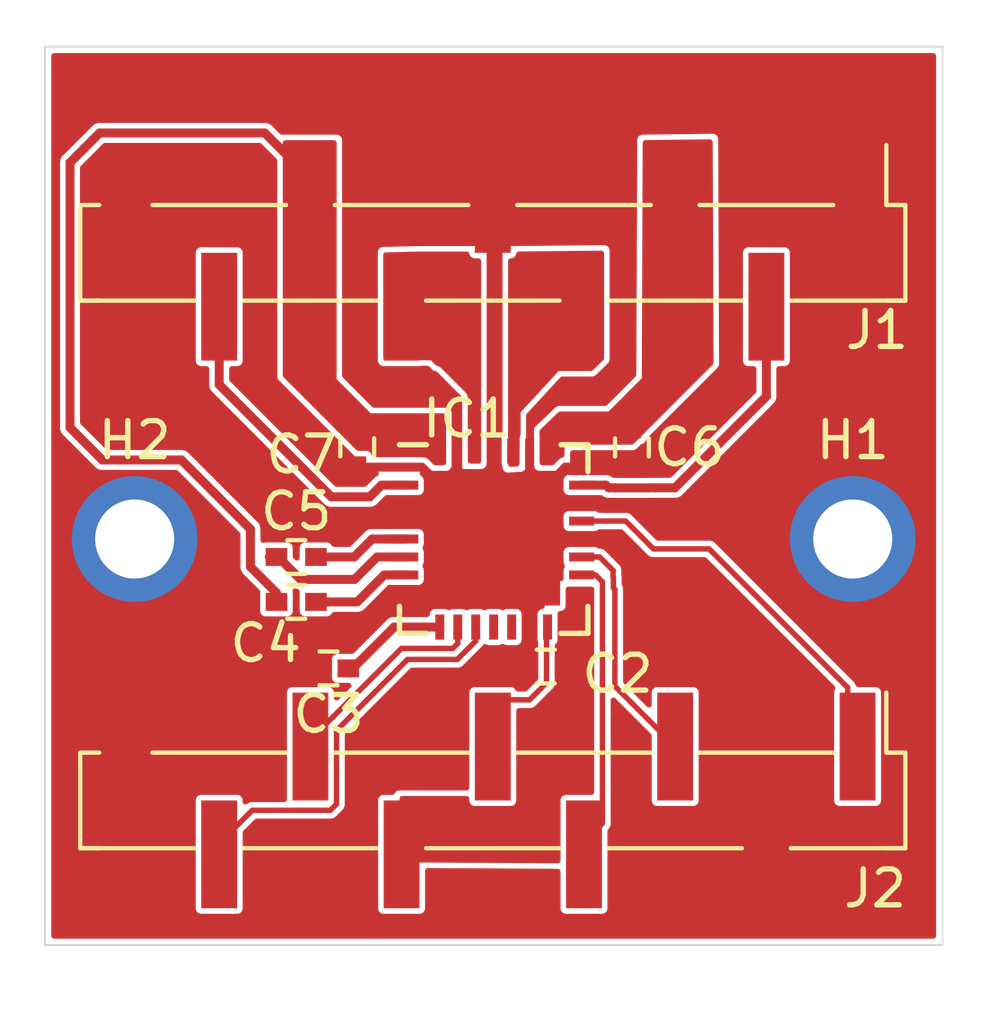
<source format=kicad_pcb>
(kicad_pcb (version 20171130) (host pcbnew 5.1.10-88a1d61d58~88~ubuntu20.04.1)

  (general
    (thickness 1.6)
    (drawings 4)
    (tracks 155)
    (zones 0)
    (modules 11)
    (nets 18)
  )

  (page A4)
  (layers
    (0 F.Cu signal)
    (31 B.Cu signal)
    (32 B.Adhes user)
    (33 F.Adhes user)
    (34 B.Paste user)
    (35 F.Paste user)
    (36 B.SilkS user)
    (37 F.SilkS user)
    (38 B.Mask user)
    (39 F.Mask user)
    (40 Dwgs.User user)
    (41 Cmts.User user)
    (42 Eco1.User user)
    (43 Eco2.User user)
    (44 Edge.Cuts user)
    (45 Margin user)
    (46 B.CrtYd user)
    (47 F.CrtYd user)
    (48 B.Fab user)
    (49 F.Fab user hide)
  )

  (setup
    (last_trace_width 0.25)
    (user_trace_width 0.1524)
    (trace_clearance 0.1524)
    (zone_clearance 0.1524)
    (zone_45_only no)
    (trace_min 0.1524)
    (via_size 0.8)
    (via_drill 0.4)
    (via_min_size 0.4)
    (via_min_drill 0.3)
    (uvia_size 0.3)
    (uvia_drill 0.1)
    (uvias_allowed no)
    (uvia_min_size 0.2)
    (uvia_min_drill 0.1)
    (edge_width 0.05)
    (segment_width 0.2)
    (pcb_text_width 0.3)
    (pcb_text_size 1.5 1.5)
    (mod_edge_width 0.12)
    (mod_text_size 1 1)
    (mod_text_width 0.15)
    (pad_size 1.524 1.524)
    (pad_drill 0.762)
    (pad_to_mask_clearance 0)
    (aux_axis_origin 0 0)
    (visible_elements FFFFFF7F)
    (pcbplotparams
      (layerselection 0x010fc_ffffffff)
      (usegerberextensions false)
      (usegerberattributes true)
      (usegerberadvancedattributes true)
      (creategerberjobfile true)
      (excludeedgelayer true)
      (linewidth 0.100000)
      (plotframeref false)
      (viasonmask false)
      (mode 1)
      (useauxorigin false)
      (hpglpennumber 1)
      (hpglpenspeed 20)
      (hpglpendiameter 15.000000)
      (psnegative false)
      (psa4output false)
      (plotreference true)
      (plotvalue true)
      (plotinvisibletext false)
      (padsonsilk false)
      (subtractmaskfromsilk false)
      (outputformat 1)
      (mirror false)
      (drillshape 1)
      (scaleselection 1)
      (outputdirectory ""))
  )

  (net 0 "")
  (net 1 GND)
  (net 2 +3V3)
  (net 3 "Net-(C3-Pad1)")
  (net 4 Vdrive)
  (net 5 "Net-(C4-Pad1)")
  (net 6 "Net-(C5-Pad2)")
  (net 7 "Net-(C5-Pad1)")
  (net 8 /UART)
  (net 9 /MS2)
  (net 10 /MS1)
  (net 11 /OA2)
  (net 12 /DIR)
  (net 13 /STEP)
  (net 14 /OB1)
  (net 15 /OA1)
  (net 16 /OB2)
  (net 17 /VREF)

  (net_class Default "This is the default net class."
    (clearance 0.1524)
    (trace_width 0.25)
    (via_dia 0.8)
    (via_drill 0.4)
    (uvia_dia 0.3)
    (uvia_drill 0.1)
    (add_net +3V3)
    (add_net /DIR)
    (add_net /MS1)
    (add_net /MS2)
    (add_net /OA1)
    (add_net /OA2)
    (add_net /OB1)
    (add_net /OB2)
    (add_net /STEP)
    (add_net /UART)
    (add_net /VREF)
    (add_net GND)
    (add_net "Net-(C3-Pad1)")
    (add_net "Net-(C4-Pad1)")
    (add_net "Net-(C5-Pad1)")
    (add_net "Net-(C5-Pad2)")
    (add_net "Net-(IC1-Pad11)")
    (add_net "Net-(IC1-Pad12)")
    (add_net Vdrive)
  )

  (module Capacitors_SMD:C_0402 (layer F.Cu) (tedit 58AA841A) (tstamp 608CBE5F)
    (at 163.9 107.8 180)
    (descr "Capacitor SMD 0402, reflow soldering, AVX (see smccp.pdf)")
    (tags "capacitor 0402")
    (path /608BBBA0)
    (attr smd)
    (fp_text reference C3 (at 0 -1.27) (layer F.SilkS)
      (effects (font (size 1 1) (thickness 0.15)))
    )
    (fp_text value "2u2 16V" (at 0 1.27) (layer F.Fab)
      (effects (font (size 1 1) (thickness 0.15)))
    )
    (fp_text user %R (at 0 -1.27) (layer F.Fab)
      (effects (font (size 1 1) (thickness 0.15)))
    )
    (fp_line (start -0.5 0.25) (end -0.5 -0.25) (layer F.Fab) (width 0.1))
    (fp_line (start 0.5 0.25) (end -0.5 0.25) (layer F.Fab) (width 0.1))
    (fp_line (start 0.5 -0.25) (end 0.5 0.25) (layer F.Fab) (width 0.1))
    (fp_line (start -0.5 -0.25) (end 0.5 -0.25) (layer F.Fab) (width 0.1))
    (fp_line (start 0.25 -0.47) (end -0.25 -0.47) (layer F.SilkS) (width 0.12))
    (fp_line (start -0.25 0.47) (end 0.25 0.47) (layer F.SilkS) (width 0.12))
    (fp_line (start -1 -0.4) (end 1 -0.4) (layer F.CrtYd) (width 0.05))
    (fp_line (start -1 -0.4) (end -1 0.4) (layer F.CrtYd) (width 0.05))
    (fp_line (start 1 0.4) (end 1 -0.4) (layer F.CrtYd) (width 0.05))
    (fp_line (start 1 0.4) (end -1 0.4) (layer F.CrtYd) (width 0.05))
    (pad 2 smd rect (at 0.55 0 180) (size 0.6 0.5) (layers F.Cu F.Paste F.Mask)
      (net 1 GND))
    (pad 1 smd rect (at -0.55 0 180) (size 0.6 0.5) (layers F.Cu F.Paste F.Mask)
      (net 3 "Net-(C3-Pad1)"))
    (model Capacitors_SMD.3dshapes/C_0402.wrl
      (at (xyz 0 0 0))
      (scale (xyz 1 1 1))
      (rotate (xyz 0 0 0))
    )
  )

  (module Pin_Headers:Pin_Header_Straight_1x09_Pitch2.54mm_SMD_Pin1Left (layer F.Cu) (tedit 588DAF27) (tstamp 608BDD07)
    (at 168.475 111.475 270)
    (descr "surface-mounted straight pin header, 1x09, 2.54mm pitch, single row, style 1 (pin 1 left)")
    (tags "Surface mounted pin header SMD 1x09 2.54mm single row style1 pin1 left")
    (path /6090AC92)
    (attr smd)
    (fp_text reference J2 (at 2.45 -10.65 180) (layer F.SilkS)
      (effects (font (size 1 1) (thickness 0.15)))
    )
    (fp_text value Conn_01x09_Male (at 0 12.49 90) (layer F.Fab)
      (effects (font (size 1 1) (thickness 0.15)))
    )
    (fp_line (start 3.25 -11.7) (end -3.25 -11.7) (layer F.CrtYd) (width 0.05))
    (fp_line (start 3.25 11.7) (end 3.25 -11.7) (layer F.CrtYd) (width 0.05))
    (fp_line (start -3.25 11.7) (end 3.25 11.7) (layer F.CrtYd) (width 0.05))
    (fp_line (start -3.25 -11.7) (end -3.25 11.7) (layer F.CrtYd) (width 0.05))
    (fp_line (start -1.33 5.76) (end -1.33 9.48) (layer F.SilkS) (width 0.12))
    (fp_line (start -1.33 0.68) (end -1.33 4.4) (layer F.SilkS) (width 0.12))
    (fp_line (start -1.33 -4.4) (end -1.33 -0.68) (layer F.SilkS) (width 0.12))
    (fp_line (start -1.33 -9.48) (end -1.33 -5.76) (layer F.SilkS) (width 0.12))
    (fp_line (start 1.33 8.3) (end 1.33 11.49) (layer F.SilkS) (width 0.12))
    (fp_line (start 1.33 3.22) (end 1.33 6.94) (layer F.SilkS) (width 0.12))
    (fp_line (start 1.33 -1.86) (end 1.33 1.86) (layer F.SilkS) (width 0.12))
    (fp_line (start 1.33 -6.94) (end 1.33 -3.22) (layer F.SilkS) (width 0.12))
    (fp_line (start -1.33 -10.96) (end -3 -10.96) (layer F.SilkS) (width 0.12))
    (fp_line (start 1.33 -11.49) (end 1.33 -8.3) (layer F.SilkS) (width 0.12))
    (fp_line (start 1.33 11.49) (end 1.33 10.96) (layer F.SilkS) (width 0.12))
    (fp_line (start -1.33 11.49) (end 1.33 11.49) (layer F.SilkS) (width 0.12))
    (fp_line (start -1.33 10.96) (end -1.33 11.49) (layer F.SilkS) (width 0.12))
    (fp_line (start 1.33 -11.49) (end 1.33 -10.96) (layer F.SilkS) (width 0.12))
    (fp_line (start -1.33 -11.49) (end 1.33 -11.49) (layer F.SilkS) (width 0.12))
    (fp_line (start -1.33 -10.96) (end -1.33 -11.49) (layer F.SilkS) (width 0.12))
    (fp_line (start 2.65 7.3) (end 1.27 7.3) (layer F.Fab) (width 0.1))
    (fp_line (start 2.65 7.94) (end 2.65 7.3) (layer F.Fab) (width 0.1))
    (fp_line (start 1.27 7.94) (end 2.65 7.94) (layer F.Fab) (width 0.1))
    (fp_line (start 1.27 7.3) (end 1.27 7.94) (layer F.Fab) (width 0.1))
    (fp_line (start 2.65 2.22) (end 1.27 2.22) (layer F.Fab) (width 0.1))
    (fp_line (start 2.65 2.86) (end 2.65 2.22) (layer F.Fab) (width 0.1))
    (fp_line (start 1.27 2.86) (end 2.65 2.86) (layer F.Fab) (width 0.1))
    (fp_line (start 1.27 2.22) (end 1.27 2.86) (layer F.Fab) (width 0.1))
    (fp_line (start 2.65 -2.86) (end 1.27 -2.86) (layer F.Fab) (width 0.1))
    (fp_line (start 2.65 -2.22) (end 2.65 -2.86) (layer F.Fab) (width 0.1))
    (fp_line (start 1.27 -2.22) (end 2.65 -2.22) (layer F.Fab) (width 0.1))
    (fp_line (start 1.27 -2.86) (end 1.27 -2.22) (layer F.Fab) (width 0.1))
    (fp_line (start 2.65 -7.94) (end 1.27 -7.94) (layer F.Fab) (width 0.1))
    (fp_line (start 2.65 -7.3) (end 2.65 -7.94) (layer F.Fab) (width 0.1))
    (fp_line (start 1.27 -7.3) (end 2.65 -7.3) (layer F.Fab) (width 0.1))
    (fp_line (start 1.27 -7.94) (end 1.27 -7.3) (layer F.Fab) (width 0.1))
    (fp_line (start -2.65 9.84) (end -1.27 9.84) (layer F.Fab) (width 0.1))
    (fp_line (start -2.65 10.48) (end -2.65 9.84) (layer F.Fab) (width 0.1))
    (fp_line (start -1.27 10.48) (end -2.65 10.48) (layer F.Fab) (width 0.1))
    (fp_line (start -1.27 9.84) (end -1.27 10.48) (layer F.Fab) (width 0.1))
    (fp_line (start -2.65 4.76) (end -1.27 4.76) (layer F.Fab) (width 0.1))
    (fp_line (start -2.65 5.4) (end -2.65 4.76) (layer F.Fab) (width 0.1))
    (fp_line (start -1.27 5.4) (end -2.65 5.4) (layer F.Fab) (width 0.1))
    (fp_line (start -1.27 4.76) (end -1.27 5.4) (layer F.Fab) (width 0.1))
    (fp_line (start -2.65 -0.32) (end -1.27 -0.32) (layer F.Fab) (width 0.1))
    (fp_line (start -2.65 0.32) (end -2.65 -0.32) (layer F.Fab) (width 0.1))
    (fp_line (start -1.27 0.32) (end -2.65 0.32) (layer F.Fab) (width 0.1))
    (fp_line (start -1.27 -0.32) (end -1.27 0.32) (layer F.Fab) (width 0.1))
    (fp_line (start -2.65 -5.4) (end -1.27 -5.4) (layer F.Fab) (width 0.1))
    (fp_line (start -2.65 -4.76) (end -2.65 -5.4) (layer F.Fab) (width 0.1))
    (fp_line (start -1.27 -4.76) (end -2.65 -4.76) (layer F.Fab) (width 0.1))
    (fp_line (start -1.27 -5.4) (end -1.27 -4.76) (layer F.Fab) (width 0.1))
    (fp_line (start -2.65 -10.48) (end -1.27 -10.48) (layer F.Fab) (width 0.1))
    (fp_line (start -2.65 -9.84) (end -2.65 -10.48) (layer F.Fab) (width 0.1))
    (fp_line (start -1.27 -9.84) (end -2.65 -9.84) (layer F.Fab) (width 0.1))
    (fp_line (start -1.27 -10.48) (end -1.27 -9.84) (layer F.Fab) (width 0.1))
    (fp_line (start 1.27 -11.43) (end -1.27 -11.43) (layer F.Fab) (width 0.1))
    (fp_line (start 1.27 11.43) (end 1.27 -11.43) (layer F.Fab) (width 0.1))
    (fp_line (start -1.27 11.43) (end 1.27 11.43) (layer F.Fab) (width 0.1))
    (fp_line (start -1.27 -11.43) (end -1.27 11.43) (layer F.Fab) (width 0.1))
    (pad 1 smd rect (at -1.5 -10.16 270) (size 3 1) (layers F.Cu F.Mask)
      (net 12 /DIR))
    (pad 3 smd rect (at -1.5 -5.08 270) (size 3 1) (layers F.Cu F.Mask)
      (net 17 /VREF))
    (pad 5 smd rect (at -1.5 0 270) (size 3 1) (layers F.Cu F.Mask)
      (net 8 /UART))
    (pad 7 smd rect (at -1.5 5.08 270) (size 3 1) (layers F.Cu F.Mask)
      (net 10 /MS1))
    (pad 9 smd rect (at -1.5 10.16 270) (size 3 1) (layers F.Cu F.Mask)
      (net 1 GND))
    (pad 2 smd rect (at 1.5 -7.62 270) (size 3 1) (layers F.Cu F.Mask)
      (net 1 GND))
    (pad 4 smd rect (at 1.5 -2.54 270) (size 3 1) (layers F.Cu F.Mask)
      (net 13 /STEP))
    (pad 6 smd rect (at 1.5 2.54 270) (size 3 1) (layers F.Cu F.Mask)
      (net 2 +3V3))
    (pad 8 smd rect (at 1.5 7.62 270) (size 3 1) (layers F.Cu F.Mask)
      (net 9 /MS2))
    (model Pin_Headers.3dshapes/Pin_Header_Straight_1x09_Pitch2.54mm_SMD_Pin1Left.wrl
      (at (xyz 0 0 0))
      (scale (xyz 1 1 1))
      (rotate (xyz 0 0 0))
    )
  )

  (module Mounting_Holes:MountingHole_2.2mm_M2_ISO7380_Pad (layer F.Cu) (tedit 56D1B4CB) (tstamp 608C63DA)
    (at 158.5 104.2)
    (descr "Mounting Hole 2.2mm, M2, ISO7380")
    (tags "mounting hole 2.2mm m2 iso7380")
    (path /60977ECA)
    (fp_text reference H2 (at 0 -2.75) (layer F.SilkS)
      (effects (font (size 1 1) (thickness 0.15)))
    )
    (fp_text value 2.5mm (at 0 2.75) (layer F.Fab)
      (effects (font (size 1 1) (thickness 0.15)))
    )
    (fp_circle (center 0 0) (end 2 0) (layer F.CrtYd) (width 0.05))
    (fp_circle (center 0 0) (end 1.75 0) (layer Cmts.User) (width 0.15))
    (pad 1 thru_hole circle (at 0 0) (size 3.5 3.5) (drill 2.2) (layers *.Cu *.Mask)
      (net 1 GND))
  )

  (module Mounting_Holes:MountingHole_2.2mm_M2_ISO7380_Pad (layer F.Cu) (tedit 56D1B4CB) (tstamp 608C6437)
    (at 178.5 104.2)
    (descr "Mounting Hole 2.2mm, M2, ISO7380")
    (tags "mounting hole 2.2mm m2 iso7380")
    (path /60978437)
    (fp_text reference H1 (at 0 -2.75) (layer F.SilkS)
      (effects (font (size 1 1) (thickness 0.15)))
    )
    (fp_text value 2.5mm (at 0 2.75) (layer F.Fab)
      (effects (font (size 1 1) (thickness 0.15)))
    )
    (fp_circle (center 0 0) (end 2 0) (layer F.CrtYd) (width 0.05))
    (fp_circle (center 0 0) (end 1.75 0) (layer Cmts.User) (width 0.15))
    (pad 1 thru_hole circle (at 0 0) (size 3.5 3.5) (drill 2.2) (layers *.Cu *.Mask)
      (net 1 GND))
  )

  (module Capacitors_SMD:C_0402 (layer F.Cu) (tedit 58AA841A) (tstamp 608BE20C)
    (at 164.7 101.65 90)
    (descr "Capacitor SMD 0402, reflow soldering, AVX (see smccp.pdf)")
    (tags "capacitor 0402")
    (path /608C05F5)
    (attr smd)
    (fp_text reference C7 (at -0.2 -1.55 180) (layer F.SilkS)
      (effects (font (size 1 1) (thickness 0.15)))
    )
    (fp_text value 100n (at 0 1.27 90) (layer F.Fab)
      (effects (font (size 1 1) (thickness 0.15)))
    )
    (fp_text user %R (at 0 -1.27 90) (layer F.Fab)
      (effects (font (size 1 1) (thickness 0.15)))
    )
    (fp_line (start 1 0.4) (end -1 0.4) (layer F.CrtYd) (width 0.05))
    (fp_line (start 1 0.4) (end 1 -0.4) (layer F.CrtYd) (width 0.05))
    (fp_line (start -1 -0.4) (end -1 0.4) (layer F.CrtYd) (width 0.05))
    (fp_line (start -1 -0.4) (end 1 -0.4) (layer F.CrtYd) (width 0.05))
    (fp_line (start -0.25 0.47) (end 0.25 0.47) (layer F.SilkS) (width 0.12))
    (fp_line (start 0.25 -0.47) (end -0.25 -0.47) (layer F.SilkS) (width 0.12))
    (fp_line (start -0.5 -0.25) (end 0.5 -0.25) (layer F.Fab) (width 0.1))
    (fp_line (start 0.5 -0.25) (end 0.5 0.25) (layer F.Fab) (width 0.1))
    (fp_line (start 0.5 0.25) (end -0.5 0.25) (layer F.Fab) (width 0.1))
    (fp_line (start -0.5 0.25) (end -0.5 -0.25) (layer F.Fab) (width 0.1))
    (pad 1 smd rect (at -0.55 0 90) (size 0.6 0.5) (layers F.Cu F.Paste F.Mask)
      (net 1 GND))
    (pad 2 smd rect (at 0.55 0 90) (size 0.6 0.5) (layers F.Cu F.Paste F.Mask)
      (net 4 Vdrive))
    (model Capacitors_SMD.3dshapes/C_0402.wrl
      (at (xyz 0 0 0))
      (scale (xyz 1 1 1))
      (rotate (xyz 0 0 0))
    )
  )

  (module Capacitors_SMD:C_0402 (layer F.Cu) (tedit 58AA841A) (tstamp 608BE1FB)
    (at 172.35 101.65 90)
    (descr "Capacitor SMD 0402, reflow soldering, AVX (see smccp.pdf)")
    (tags "capacitor 0402")
    (path /608BFD2C)
    (attr smd)
    (fp_text reference C6 (at 0 1.6 180) (layer F.SilkS)
      (effects (font (size 1 1) (thickness 0.15)))
    )
    (fp_text value 100n (at 0 1.27 90) (layer F.Fab)
      (effects (font (size 1 1) (thickness 0.15)))
    )
    (fp_text user %R (at 0 -1.27 90) (layer F.Fab)
      (effects (font (size 1 1) (thickness 0.15)))
    )
    (fp_line (start 1 0.4) (end -1 0.4) (layer F.CrtYd) (width 0.05))
    (fp_line (start 1 0.4) (end 1 -0.4) (layer F.CrtYd) (width 0.05))
    (fp_line (start -1 -0.4) (end -1 0.4) (layer F.CrtYd) (width 0.05))
    (fp_line (start -1 -0.4) (end 1 -0.4) (layer F.CrtYd) (width 0.05))
    (fp_line (start -0.25 0.47) (end 0.25 0.47) (layer F.SilkS) (width 0.12))
    (fp_line (start 0.25 -0.47) (end -0.25 -0.47) (layer F.SilkS) (width 0.12))
    (fp_line (start -0.5 -0.25) (end 0.5 -0.25) (layer F.Fab) (width 0.1))
    (fp_line (start 0.5 -0.25) (end 0.5 0.25) (layer F.Fab) (width 0.1))
    (fp_line (start 0.5 0.25) (end -0.5 0.25) (layer F.Fab) (width 0.1))
    (fp_line (start -0.5 0.25) (end -0.5 -0.25) (layer F.Fab) (width 0.1))
    (pad 1 smd rect (at -0.55 0 90) (size 0.6 0.5) (layers F.Cu F.Paste F.Mask)
      (net 1 GND))
    (pad 2 smd rect (at 0.55 0 90) (size 0.6 0.5) (layers F.Cu F.Paste F.Mask)
      (net 4 Vdrive))
    (model Capacitors_SMD.3dshapes/C_0402.wrl
      (at (xyz 0 0 0))
      (scale (xyz 1 1 1))
      (rotate (xyz 0 0 0))
    )
  )

  (module Capacitors_SMD:C_0402 (layer F.Cu) (tedit 58AA841A) (tstamp 608BE928)
    (at 163 104.7)
    (descr "Capacitor SMD 0402, reflow soldering, AVX (see smccp.pdf)")
    (tags "capacitor 0402")
    (path /608BDC16)
    (attr smd)
    (fp_text reference C5 (at 0 -1.27) (layer F.SilkS)
      (effects (font (size 1 1) (thickness 0.15)))
    )
    (fp_text value 22n (at 0 1.27) (layer F.Fab)
      (effects (font (size 1 1) (thickness 0.15)))
    )
    (fp_text user %R (at 0 -1.27) (layer F.Fab)
      (effects (font (size 1 1) (thickness 0.15)))
    )
    (fp_line (start 1 0.4) (end -1 0.4) (layer F.CrtYd) (width 0.05))
    (fp_line (start 1 0.4) (end 1 -0.4) (layer F.CrtYd) (width 0.05))
    (fp_line (start -1 -0.4) (end -1 0.4) (layer F.CrtYd) (width 0.05))
    (fp_line (start -1 -0.4) (end 1 -0.4) (layer F.CrtYd) (width 0.05))
    (fp_line (start -0.25 0.47) (end 0.25 0.47) (layer F.SilkS) (width 0.12))
    (fp_line (start 0.25 -0.47) (end -0.25 -0.47) (layer F.SilkS) (width 0.12))
    (fp_line (start -0.5 -0.25) (end 0.5 -0.25) (layer F.Fab) (width 0.1))
    (fp_line (start 0.5 -0.25) (end 0.5 0.25) (layer F.Fab) (width 0.1))
    (fp_line (start 0.5 0.25) (end -0.5 0.25) (layer F.Fab) (width 0.1))
    (fp_line (start -0.5 0.25) (end -0.5 -0.25) (layer F.Fab) (width 0.1))
    (pad 1 smd rect (at -0.55 0) (size 0.6 0.5) (layers F.Cu F.Paste F.Mask)
      (net 7 "Net-(C5-Pad1)"))
    (pad 2 smd rect (at 0.55 0) (size 0.6 0.5) (layers F.Cu F.Paste F.Mask)
      (net 6 "Net-(C5-Pad2)"))
    (model Capacitors_SMD.3dshapes/C_0402.wrl
      (at (xyz 0 0 0))
      (scale (xyz 1 1 1))
      (rotate (xyz 0 0 0))
    )
  )

  (module Capacitors_SMD:C_0402 (layer F.Cu) (tedit 58AA841A) (tstamp 608BE1D9)
    (at 163 105.95 180)
    (descr "Capacitor SMD 0402, reflow soldering, AVX (see smccp.pdf)")
    (tags "capacitor 0402")
    (path /608BCBAE)
    (attr smd)
    (fp_text reference C4 (at 0.85 -1.15) (layer F.SilkS)
      (effects (font (size 1 1) (thickness 0.15)))
    )
    (fp_text value 100n (at 0 1.27) (layer F.Fab)
      (effects (font (size 1 1) (thickness 0.15)))
    )
    (fp_text user %R (at 0 -1.27) (layer F.Fab)
      (effects (font (size 1 1) (thickness 0.15)))
    )
    (fp_line (start 1 0.4) (end -1 0.4) (layer F.CrtYd) (width 0.05))
    (fp_line (start 1 0.4) (end 1 -0.4) (layer F.CrtYd) (width 0.05))
    (fp_line (start -1 -0.4) (end -1 0.4) (layer F.CrtYd) (width 0.05))
    (fp_line (start -1 -0.4) (end 1 -0.4) (layer F.CrtYd) (width 0.05))
    (fp_line (start -0.25 0.47) (end 0.25 0.47) (layer F.SilkS) (width 0.12))
    (fp_line (start 0.25 -0.47) (end -0.25 -0.47) (layer F.SilkS) (width 0.12))
    (fp_line (start -0.5 -0.25) (end 0.5 -0.25) (layer F.Fab) (width 0.1))
    (fp_line (start 0.5 -0.25) (end 0.5 0.25) (layer F.Fab) (width 0.1))
    (fp_line (start 0.5 0.25) (end -0.5 0.25) (layer F.Fab) (width 0.1))
    (fp_line (start -0.5 0.25) (end -0.5 -0.25) (layer F.Fab) (width 0.1))
    (pad 1 smd rect (at -0.55 0 180) (size 0.6 0.5) (layers F.Cu F.Paste F.Mask)
      (net 5 "Net-(C4-Pad1)"))
    (pad 2 smd rect (at 0.55 0 180) (size 0.6 0.5) (layers F.Cu F.Paste F.Mask)
      (net 4 Vdrive))
    (model Capacitors_SMD.3dshapes/C_0402.wrl
      (at (xyz 0 0 0))
      (scale (xyz 1 1 1))
      (rotate (xyz 0 0 0))
    )
  )

  (module Capacitors_SMD:C_0402 (layer F.Cu) (tedit 58AA841A) (tstamp 608BE1B7)
    (at 169.95 107.75)
    (descr "Capacitor SMD 0402, reflow soldering, AVX (see smccp.pdf)")
    (tags "capacitor 0402")
    (path /608BC29D)
    (attr smd)
    (fp_text reference C2 (at 2 0.2) (layer F.SilkS)
      (effects (font (size 1 1) (thickness 0.15)))
    )
    (fp_text value 100n (at 0 1.27) (layer F.Fab)
      (effects (font (size 1 1) (thickness 0.15)))
    )
    (fp_text user %R (at 0 -1.27) (layer F.Fab)
      (effects (font (size 1 1) (thickness 0.15)))
    )
    (fp_line (start 1 0.4) (end -1 0.4) (layer F.CrtYd) (width 0.05))
    (fp_line (start 1 0.4) (end 1 -0.4) (layer F.CrtYd) (width 0.05))
    (fp_line (start -1 -0.4) (end -1 0.4) (layer F.CrtYd) (width 0.05))
    (fp_line (start -1 -0.4) (end 1 -0.4) (layer F.CrtYd) (width 0.05))
    (fp_line (start -0.25 0.47) (end 0.25 0.47) (layer F.SilkS) (width 0.12))
    (fp_line (start 0.25 -0.47) (end -0.25 -0.47) (layer F.SilkS) (width 0.12))
    (fp_line (start -0.5 -0.25) (end 0.5 -0.25) (layer F.Fab) (width 0.1))
    (fp_line (start 0.5 -0.25) (end 0.5 0.25) (layer F.Fab) (width 0.1))
    (fp_line (start 0.5 0.25) (end -0.5 0.25) (layer F.Fab) (width 0.1))
    (fp_line (start -0.5 0.25) (end -0.5 -0.25) (layer F.Fab) (width 0.1))
    (pad 1 smd rect (at -0.55 0) (size 0.6 0.5) (layers F.Cu F.Paste F.Mask)
      (net 1 GND))
    (pad 2 smd rect (at 0.55 0) (size 0.6 0.5) (layers F.Cu F.Paste F.Mask)
      (net 2 +3V3))
    (model Capacitors_SMD.3dshapes/C_0402.wrl
      (at (xyz 0 0 0))
      (scale (xyz 1 1 1))
      (rotate (xyz 0 0 0))
    )
  )

  (module Pin_Headers:Pin_Header_Straight_1x09_Pitch2.54mm_SMD_Pin1Left (layer F.Cu) (tedit 588DAF27) (tstamp 608CD63C)
    (at 168.475 96.235 270)
    (descr "surface-mounted straight pin header, 1x09, 2.54mm pitch, single row, style 1 (pin 1 left)")
    (tags "Surface mounted pin header SMD 1x09 2.54mm single row style1 pin1 left")
    (path /608EB5A0)
    (attr smd)
    (fp_text reference J1 (at 2.15 -10.7 180) (layer F.SilkS)
      (effects (font (size 1 1) (thickness 0.15)))
    )
    (fp_text value Conn_01x09_Male (at 0 12.49 90) (layer F.Fab)
      (effects (font (size 1 1) (thickness 0.15)))
    )
    (fp_line (start 3.25 -11.7) (end -3.25 -11.7) (layer F.CrtYd) (width 0.05))
    (fp_line (start 3.25 11.7) (end 3.25 -11.7) (layer F.CrtYd) (width 0.05))
    (fp_line (start -3.25 11.7) (end 3.25 11.7) (layer F.CrtYd) (width 0.05))
    (fp_line (start -3.25 -11.7) (end -3.25 11.7) (layer F.CrtYd) (width 0.05))
    (fp_line (start -1.33 5.76) (end -1.33 9.48) (layer F.SilkS) (width 0.12))
    (fp_line (start -1.33 0.68) (end -1.33 4.4) (layer F.SilkS) (width 0.12))
    (fp_line (start -1.33 -4.4) (end -1.33 -0.68) (layer F.SilkS) (width 0.12))
    (fp_line (start -1.33 -9.48) (end -1.33 -5.76) (layer F.SilkS) (width 0.12))
    (fp_line (start 1.33 8.3) (end 1.33 11.49) (layer F.SilkS) (width 0.12))
    (fp_line (start 1.33 3.22) (end 1.33 6.94) (layer F.SilkS) (width 0.12))
    (fp_line (start 1.33 -1.86) (end 1.33 1.86) (layer F.SilkS) (width 0.12))
    (fp_line (start 1.33 -6.94) (end 1.33 -3.22) (layer F.SilkS) (width 0.12))
    (fp_line (start -1.33 -10.96) (end -3 -10.96) (layer F.SilkS) (width 0.12))
    (fp_line (start 1.33 -11.49) (end 1.33 -8.3) (layer F.SilkS) (width 0.12))
    (fp_line (start 1.33 11.49) (end 1.33 10.96) (layer F.SilkS) (width 0.12))
    (fp_line (start -1.33 11.49) (end 1.33 11.49) (layer F.SilkS) (width 0.12))
    (fp_line (start -1.33 10.96) (end -1.33 11.49) (layer F.SilkS) (width 0.12))
    (fp_line (start 1.33 -11.49) (end 1.33 -10.96) (layer F.SilkS) (width 0.12))
    (fp_line (start -1.33 -11.49) (end 1.33 -11.49) (layer F.SilkS) (width 0.12))
    (fp_line (start -1.33 -10.96) (end -1.33 -11.49) (layer F.SilkS) (width 0.12))
    (fp_line (start 2.65 7.3) (end 1.27 7.3) (layer F.Fab) (width 0.1))
    (fp_line (start 2.65 7.94) (end 2.65 7.3) (layer F.Fab) (width 0.1))
    (fp_line (start 1.27 7.94) (end 2.65 7.94) (layer F.Fab) (width 0.1))
    (fp_line (start 1.27 7.3) (end 1.27 7.94) (layer F.Fab) (width 0.1))
    (fp_line (start 2.65 2.22) (end 1.27 2.22) (layer F.Fab) (width 0.1))
    (fp_line (start 2.65 2.86) (end 2.65 2.22) (layer F.Fab) (width 0.1))
    (fp_line (start 1.27 2.86) (end 2.65 2.86) (layer F.Fab) (width 0.1))
    (fp_line (start 1.27 2.22) (end 1.27 2.86) (layer F.Fab) (width 0.1))
    (fp_line (start 2.65 -2.86) (end 1.27 -2.86) (layer F.Fab) (width 0.1))
    (fp_line (start 2.65 -2.22) (end 2.65 -2.86) (layer F.Fab) (width 0.1))
    (fp_line (start 1.27 -2.22) (end 2.65 -2.22) (layer F.Fab) (width 0.1))
    (fp_line (start 1.27 -2.86) (end 1.27 -2.22) (layer F.Fab) (width 0.1))
    (fp_line (start 2.65 -7.94) (end 1.27 -7.94) (layer F.Fab) (width 0.1))
    (fp_line (start 2.65 -7.3) (end 2.65 -7.94) (layer F.Fab) (width 0.1))
    (fp_line (start 1.27 -7.3) (end 2.65 -7.3) (layer F.Fab) (width 0.1))
    (fp_line (start 1.27 -7.94) (end 1.27 -7.3) (layer F.Fab) (width 0.1))
    (fp_line (start -2.65 9.84) (end -1.27 9.84) (layer F.Fab) (width 0.1))
    (fp_line (start -2.65 10.48) (end -2.65 9.84) (layer F.Fab) (width 0.1))
    (fp_line (start -1.27 10.48) (end -2.65 10.48) (layer F.Fab) (width 0.1))
    (fp_line (start -1.27 9.84) (end -1.27 10.48) (layer F.Fab) (width 0.1))
    (fp_line (start -2.65 4.76) (end -1.27 4.76) (layer F.Fab) (width 0.1))
    (fp_line (start -2.65 5.4) (end -2.65 4.76) (layer F.Fab) (width 0.1))
    (fp_line (start -1.27 5.4) (end -2.65 5.4) (layer F.Fab) (width 0.1))
    (fp_line (start -1.27 4.76) (end -1.27 5.4) (layer F.Fab) (width 0.1))
    (fp_line (start -2.65 -0.32) (end -1.27 -0.32) (layer F.Fab) (width 0.1))
    (fp_line (start -2.65 0.32) (end -2.65 -0.32) (layer F.Fab) (width 0.1))
    (fp_line (start -1.27 0.32) (end -2.65 0.32) (layer F.Fab) (width 0.1))
    (fp_line (start -1.27 -0.32) (end -1.27 0.32) (layer F.Fab) (width 0.1))
    (fp_line (start -2.65 -5.4) (end -1.27 -5.4) (layer F.Fab) (width 0.1))
    (fp_line (start -2.65 -4.76) (end -2.65 -5.4) (layer F.Fab) (width 0.1))
    (fp_line (start -1.27 -4.76) (end -2.65 -4.76) (layer F.Fab) (width 0.1))
    (fp_line (start -1.27 -5.4) (end -1.27 -4.76) (layer F.Fab) (width 0.1))
    (fp_line (start -2.65 -10.48) (end -1.27 -10.48) (layer F.Fab) (width 0.1))
    (fp_line (start -2.65 -9.84) (end -2.65 -10.48) (layer F.Fab) (width 0.1))
    (fp_line (start -1.27 -9.84) (end -2.65 -9.84) (layer F.Fab) (width 0.1))
    (fp_line (start -1.27 -10.48) (end -1.27 -9.84) (layer F.Fab) (width 0.1))
    (fp_line (start 1.27 -11.43) (end -1.27 -11.43) (layer F.Fab) (width 0.1))
    (fp_line (start 1.27 11.43) (end 1.27 -11.43) (layer F.Fab) (width 0.1))
    (fp_line (start -1.27 11.43) (end 1.27 11.43) (layer F.Fab) (width 0.1))
    (fp_line (start -1.27 -11.43) (end -1.27 11.43) (layer F.Fab) (width 0.1))
    (pad 1 smd rect (at -1.5 -10.16 270) (size 3 1) (layers F.Cu F.Mask)
      (net 1 GND))
    (pad 3 smd rect (at -1.5 -5.08 270) (size 3 1) (layers F.Cu F.Mask)
      (net 4 Vdrive))
    (pad 5 smd rect (at -1.5 0 270) (size 3 1) (layers F.Cu F.Mask)
      (net 1 GND))
    (pad 7 smd rect (at -1.5 5.08 270) (size 3 1) (layers F.Cu F.Mask)
      (net 4 Vdrive))
    (pad 9 smd rect (at -1.5 10.16 270) (size 3 1) (layers F.Cu F.Mask)
      (net 1 GND))
    (pad 2 smd rect (at 1.5 -7.62 270) (size 3 1) (layers F.Cu F.Mask)
      (net 11 /OA2))
    (pad 4 smd rect (at 1.5 -2.54 270) (size 3 1) (layers F.Cu F.Mask)
      (net 15 /OA1))
    (pad 6 smd rect (at 1.5 2.54 270) (size 3 1) (layers F.Cu F.Mask)
      (net 14 /OB1))
    (pad 8 smd rect (at 1.5 7.62 270) (size 3 1) (layers F.Cu F.Mask)
      (net 16 /OB2))
    (model Pin_Headers.3dshapes/Pin_Header_Straight_1x09_Pitch2.54mm_SMD_Pin1Left.wrl
      (at (xyz 0 0 0))
      (scale (xyz 1 1 1))
      (rotate (xyz 0 0 0))
    )
  )

  (module library:QFN-28-1EP_5x5mm_Pitch0.5mm_EP3.7x3.7 (layer F.Cu) (tedit 6086A61A) (tstamp 608BE259)
    (at 168.5 104.2)
    (path /608BAF62)
    (attr smd)
    (fp_text reference IC1 (at -0.75 -3.35) (layer F.SilkS)
      (effects (font (size 1 1) (thickness 0.15)))
    )
    (fp_text value TMC2209-LA (at 0.55 3.85) (layer F.Fab)
      (effects (font (size 1 1) (thickness 0.15)))
    )
    (fp_line (start -3.15 -3.15) (end 3.15 -3.15) (layer F.CrtYd) (width 0.05))
    (fp_line (start -2.625 2.625) (end -1.875 2.625) (layer F.SilkS) (width 0.15))
    (fp_line (start 2.625 2.625) (end 2.625 1.875) (layer F.SilkS) (width 0.15))
    (fp_line (start 2.625 -2.625) (end 1.875 -2.625) (layer F.SilkS) (width 0.15))
    (fp_line (start -2.5 2.5) (end -2.5 -1.5) (layer F.Fab) (width 0.15))
    (fp_line (start -2.625 -2.625) (end -1.875 -2.625) (layer F.SilkS) (width 0.15))
    (fp_line (start -1.5 -2.5) (end 2.5 -2.5) (layer F.Fab) (width 0.15))
    (fp_line (start -2.5 -1.5) (end -1.5 -2.5) (layer F.Fab) (width 0.15))
    (fp_line (start 2.5 2.5) (end -2.5 2.5) (layer F.Fab) (width 0.15))
    (fp_line (start -2.625 2.625) (end -2.625 1.875) (layer F.SilkS) (width 0.15))
    (fp_line (start 3.15 -3.15) (end 3.15 3.15) (layer F.CrtYd) (width 0.05))
    (fp_line (start -3.15 -3.15) (end -3.15 3.15) (layer F.CrtYd) (width 0.05))
    (fp_line (start -3.15 3.15) (end 3.15 3.15) (layer F.CrtYd) (width 0.05))
    (fp_line (start 2.5 -2.5) (end 2.5 2.5) (layer F.Fab) (width 0.15))
    (fp_line (start 2.625 2.625) (end 1.875 2.625) (layer F.SilkS) (width 0.15))
    (fp_line (start 2.625 -2.625) (end 2.625 -1.875) (layer F.SilkS) (width 0.15))
    (pad 1 smd rect (at -2.45 -1.5) (size 0.7 0.25) (layers F.Cu F.Paste F.Mask)
      (net 16 /OB2))
    (pad 8 smd rect (at -1.5 2.45 90) (size 0.7 0.25) (layers F.Cu F.Paste F.Mask)
      (net 3 "Net-(C3-Pad1)"))
    (pad 15 smd rect (at 2.45 1.5 180) (size 0.7 0.25) (layers F.Cu F.Paste F.Mask)
      (net 2 +3V3))
    (pad 22 smd rect (at 1.5 -2.45 270) (size 0.7 0.25) (layers F.Cu F.Paste F.Mask)
      (net 4 Vdrive))
    (pad 29 smd rect (at 0 0 270) (size 3.7 3.7) (layers F.Cu F.Paste F.Mask)
      (net 1 GND))
    (pad 2 smd rect (at -2.45 -1) (size 0.7 0.25) (layers F.Cu F.Paste F.Mask)
      (net 1 GND))
    (pad 3 smd rect (at -2.45 -0.5) (size 0.7 0.25) (layers F.Cu F.Paste F.Mask)
      (net 1 GND))
    (pad 4 smd rect (at -2.45 0) (size 0.7 0.25) (layers F.Cu F.Paste F.Mask)
      (net 6 "Net-(C5-Pad2)"))
    (pad 5 smd rect (at -2.45 0.5) (size 0.7 0.25) (layers F.Cu F.Paste F.Mask)
      (net 7 "Net-(C5-Pad1)"))
    (pad 6 smd rect (at -2.45 1) (size 0.7 0.25) (layers F.Cu F.Paste F.Mask)
      (net 5 "Net-(C4-Pad1)"))
    (pad 7 smd rect (at -2.45 1.5) (size 0.7 0.25) (layers F.Cu F.Paste F.Mask)
      (net 1 GND))
    (pad 23 smd rect (at 1 -2.45 270) (size 0.7 0.25) (layers F.Cu F.Paste F.Mask)
      (net 1 GND))
    (pad 24 smd rect (at 0.5 -2.45 270) (size 0.7 0.25) (layers F.Cu F.Paste F.Mask)
      (net 15 /OA1))
    (pad 25 smd rect (at 0 -2.45 270) (size 0.7 0.25) (layers F.Cu F.Paste F.Mask)
      (net 1 GND))
    (pad 26 smd rect (at -0.5 -2.45 270) (size 0.7 0.25) (layers F.Cu F.Paste F.Mask)
      (net 14 /OB1))
    (pad 27 smd rect (at -1 -2.45 270) (size 0.7 0.25) (layers F.Cu F.Paste F.Mask)
      (net 1 GND))
    (pad 28 smd rect (at -1.5 -2.45 270) (size 0.7 0.25) (layers F.Cu F.Paste F.Mask)
      (net 4 Vdrive))
    (pad 16 smd rect (at 2.45 1 180) (size 0.7 0.25) (layers F.Cu F.Paste F.Mask)
      (net 13 /STEP))
    (pad 17 smd rect (at 2.45 0.5 180) (size 0.7 0.25) (layers F.Cu F.Paste F.Mask)
      (net 17 /VREF))
    (pad 18 smd rect (at 2.45 0 180) (size 0.7 0.25) (layers F.Cu F.Paste F.Mask)
      (net 1 GND))
    (pad 19 smd rect (at 2.45 -0.5 180) (size 0.7 0.25) (layers F.Cu F.Paste F.Mask)
      (net 12 /DIR))
    (pad 20 smd rect (at 2.45 -1 180) (size 0.7 0.25) (layers F.Cu F.Paste F.Mask)
      (net 1 GND))
    (pad 21 smd rect (at 2.45 -1.5 180) (size 0.7 0.25) (layers F.Cu F.Paste F.Mask)
      (net 11 /OA2))
    (pad 9 smd rect (at -1 2.45 90) (size 0.7 0.25) (layers F.Cu F.Paste F.Mask)
      (net 10 /MS1))
    (pad 10 smd rect (at -0.5 2.45 90) (size 0.7 0.25) (layers F.Cu F.Paste F.Mask)
      (net 9 /MS2))
    (pad 11 smd rect (at 0 2.45 90) (size 0.7 0.25) (layers F.Cu F.Paste F.Mask))
    (pad 12 smd rect (at 0.5 2.45 90) (size 0.7 0.25) (layers F.Cu F.Paste F.Mask))
    (pad 13 smd rect (at 1 2.45 90) (size 0.7 0.25) (layers F.Cu F.Paste F.Mask)
      (net 1 GND))
    (pad 14 smd rect (at 1.5 2.45 90) (size 0.7 0.25) (layers F.Cu F.Paste F.Mask)
      (net 8 /UART))
  )

  (gr_line (start 156 90.5) (end 181 90.5) (layer Edge.Cuts) (width 0.05) (tstamp 608F7DFE))
  (gr_line (start 156 115.5) (end 156 90.5) (layer Edge.Cuts) (width 0.05))
  (gr_line (start 181 115.5) (end 156 115.5) (layer Edge.Cuts) (width 0.05) (tstamp 608CCE70))
  (gr_line (start 181 90.5) (end 181 115.5) (layer Edge.Cuts) (width 0.05))

  (segment (start 166.85 99.65) (end 165.350678 99.65) (width 0.25) (layer F.Cu) (net 1))
  (segment (start 158.125 100) (end 158.125 94.925) (width 0.25) (layer F.Cu) (net 1))
  (segment (start 169.4 107.75) (end 169.5 107.65) (width 0.25) (layer F.Cu) (net 1))
  (segment (start 158.125 94.925) (end 158.315 94.735) (width 0.25) (layer F.Cu) (net 1))
  (segment (start 167.5 101.75) (end 167.5 100.3) (width 0.25) (layer F.Cu) (net 1))
  (segment (start 166.05 103.7) (end 162.825 103.7) (width 0.25) (layer F.Cu) (net 1))
  (segment (start 159.975 100.85) (end 158.975 100.85) (width 0.25) (layer F.Cu) (net 1))
  (segment (start 165.350678 99.65) (end 164.775 99.074322) (width 0.25) (layer F.Cu) (net 1))
  (segment (start 175.578611 103.346389) (end 178.575 100.35) (width 0.25) (layer F.Cu) (net 1))
  (segment (start 178.575 94.795) (end 178.635 94.735) (width 0.25) (layer F.Cu) (net 1))
  (segment (start 165.102401 106.647599) (end 164.328079 106.647599) (width 0.25) (layer F.Cu) (net 1))
  (segment (start 164.328079 106.647599) (end 163.628089 107.347589) (width 0.25) (layer F.Cu) (net 1))
  (segment (start 162.825 103.7) (end 159.975 100.85) (width 0.25) (layer F.Cu) (net 1))
  (segment (start 165.94 94.735) (end 168.475 94.735) (width 0.25) (layer F.Cu) (net 1))
  (segment (start 161.192411 107.347589) (end 160.64 107.9) (width 0.25) (layer F.Cu) (net 1))
  (segment (start 167.5 103.2) (end 168.5 104.2) (width 0.25) (layer F.Cu) (net 1))
  (segment (start 169.5 101.75) (end 169.5 103.2) (width 0.25) (layer F.Cu) (net 1))
  (segment (start 167.5 100.3) (end 166.85 99.65) (width 0.25) (layer F.Cu) (net 1))
  (segment (start 167.5 101.75) (end 167.5 103.2) (width 0.25) (layer F.Cu) (net 1))
  (segment (start 164.775 95.9) (end 165.94 94.735) (width 0.25) (layer F.Cu) (net 1))
  (segment (start 166.05 105.7) (end 165.102401 106.647599) (width 0.25) (layer F.Cu) (net 1))
  (segment (start 163.628089 107.347589) (end 161.192411 107.347589) (width 0.25) (layer F.Cu) (net 1))
  (segment (start 169.5 105.2) (end 168.5 104.2) (width 0.25) (layer F.Cu) (net 1))
  (segment (start 171.5 103.2) (end 171.646389 103.346389) (width 0.25) (layer F.Cu) (net 1))
  (segment (start 178.575 100.35) (end 178.575 94.795) (width 0.25) (layer F.Cu) (net 1))
  (segment (start 168.5 101.75) (end 168.5 104.2) (width 0.25) (layer F.Cu) (net 1))
  (segment (start 170.95 103.2) (end 169.5 103.2) (width 0.25) (layer F.Cu) (net 1))
  (segment (start 166.05 103.7) (end 168 103.7) (width 0.25) (layer F.Cu) (net 1))
  (segment (start 169.4 107.85) (end 169.5 107.75) (width 0.25) (layer F.Cu) (net 1))
  (segment (start 160.64 107.34) (end 158.65 105.35) (width 0.25) (layer F.Cu) (net 1))
  (segment (start 160.64 107.9) (end 160.59 107.95) (width 0.25) (layer F.Cu) (net 1))
  (segment (start 160.64 107.9) (end 160.64 107.34) (width 0.25) (layer F.Cu) (net 1))
  (segment (start 158.975 100.85) (end 158.125 100) (width 0.25) (layer F.Cu) (net 1))
  (segment (start 164.775 99.074322) (end 164.775 95.9) (width 0.25) (layer F.Cu) (net 1))
  (segment (start 169.5 103.2) (end 168.5 104.2) (width 0.25) (layer F.Cu) (net 1))
  (segment (start 170.5 102.2) (end 168.5 104.2) (width 0.25) (layer F.Cu) (net 1))
  (segment (start 171.75 102.2) (end 170.5 102.2) (width 0.25) (layer F.Cu) (net 1))
  (segment (start 171.75 102.2) (end 172.35 102.2) (width 0.25) (layer F.Cu) (net 1))
  (segment (start 164.7 102.2) (end 166.5 102.2) (width 0.25) (layer F.Cu) (net 1))
  (segment (start 166.5 102.2) (end 168.5 104.2) (width 0.25) (layer F.Cu) (net 1))
  (segment (start 170.95 104.2) (end 168.5 104.2) (width 0.25) (layer F.Cu) (net 1))
  (segment (start 168 103.7) (end 168.5 104.2) (width 0.25) (layer F.Cu) (net 1))
  (segment (start 170.95 103.2) (end 171.5 103.2) (width 0.25) (layer F.Cu) (net 1))
  (segment (start 169.5 106.65) (end 169.5 105.2) (width 0.25) (layer F.Cu) (net 1))
  (segment (start 170.95 103.2) (end 171.25 103.2) (width 0.1524) (layer F.Cu) (net 1))
  (segment (start 166.527401 102.227401) (end 168.5 104.2) (width 0.25) (layer F.Cu) (net 1))
  (segment (start 166.05 103.2) (end 166.05 103.7) (width 0.25) (layer F.Cu) (net 1))
  (segment (start 169.5 107.65) (end 169.5 106.65) (width 0.25) (layer F.Cu) (net 1))
  (segment (start 166.05 105.7) (end 167 105.7) (width 0.25) (layer F.Cu) (net 1))
  (segment (start 167 105.7) (end 168.5 104.2) (width 0.25) (layer F.Cu) (net 1))
  (segment (start 171.646389 103.346389) (end 175.578611 103.346389) (width 0.25) (layer F.Cu) (net 1))
  (segment (start 166.76 112.9) (end 166.01 112.9) (width 0.1524) (layer F.Cu) (net 2))
  (segment (start 170.5 107.75) (end 170.5 110.65) (width 0.25) (layer F.Cu) (net 2))
  (segment (start 168.25 112.9) (end 166.76 112.9) (width 0.25) (layer F.Cu) (net 2))
  (segment (start 165.66 112.9) (end 166.025 112.9) (width 0.1524) (layer F.Cu) (net 2))
  (segment (start 170.5 110.65) (end 168.25 112.9) (width 0.25) (layer F.Cu) (net 2))
  (segment (start 166.01 112.9) (end 165.935 112.975) (width 0.1524) (layer F.Cu) (net 2))
  (segment (start 170.5 106.377401) (end 170.95 105.927401) (width 0.25) (layer F.Cu) (net 2))
  (segment (start 170.95 105.927401) (end 170.95 105.7) (width 0.25) (layer F.Cu) (net 2))
  (segment (start 170.5 107.85) (end 170.5 106.377401) (width 0.25) (layer F.Cu) (net 2))
  (segment (start 165.725 106.65) (end 164.575 107.8) (width 0.25) (layer F.Cu) (net 3))
  (segment (start 164.575 107.8) (end 164.45 107.8) (width 0.25) (layer F.Cu) (net 3))
  (segment (start 167 106.65) (end 165.725 106.65) (width 0.25) (layer F.Cu) (net 3))
  (segment (start 164.7 101.1) (end 166.35 101.1) (width 0.25) (layer F.Cu) (net 4))
  (segment (start 173.555 94.735) (end 173.555 99.895) (width 0.25) (layer F.Cu) (net 4))
  (segment (start 170 101.5) (end 170.4 101.1) (width 0.25) (layer F.Cu) (net 4))
  (segment (start 161.725 103.925) (end 159.8 102) (width 0.25) (layer F.Cu) (net 4))
  (segment (start 161.725 104.975) (end 161.725 103.925) (width 0.25) (layer F.Cu) (net 4))
  (segment (start 166.35 101.1) (end 167 101.75) (width 0.25) (layer F.Cu) (net 4))
  (segment (start 162.125 92.9) (end 163.65 94.425) (width 0.25) (layer F.Cu) (net 4))
  (segment (start 162.45 105.7) (end 161.725 104.975) (width 0.25) (layer F.Cu) (net 4))
  (segment (start 156.7 93.725) (end 157.525 92.9) (width 0.25) (layer F.Cu) (net 4))
  (segment (start 170.4 101.1) (end 172.35 101.1) (width 0.25) (layer F.Cu) (net 4))
  (segment (start 156.7 101.1) (end 156.7 93.725) (width 0.25) (layer F.Cu) (net 4))
  (segment (start 173.555 99.895) (end 172.35 101.1) (width 0.25) (layer F.Cu) (net 4))
  (segment (start 157.6 102) (end 156.7 101.1) (width 0.25) (layer F.Cu) (net 4))
  (segment (start 157.525 92.9) (end 162.125 92.9) (width 0.25) (layer F.Cu) (net 4))
  (segment (start 163.65 94.48) (end 163.395 94.735) (width 0.25) (layer F.Cu) (net 4))
  (segment (start 163.395 94.735) (end 163.395 99.795) (width 0.25) (layer F.Cu) (net 4))
  (segment (start 162.45 105.95) (end 162.45 105.7) (width 0.25) (layer F.Cu) (net 4))
  (segment (start 163.395 99.795) (end 164.7 101.1) (width 0.25) (layer F.Cu) (net 4))
  (segment (start 163.65 94.425) (end 163.65 94.48) (width 0.25) (layer F.Cu) (net 4))
  (segment (start 170 101.75) (end 170 101.5) (width 0.25) (layer F.Cu) (net 4))
  (segment (start 159.8 102) (end 157.6 102) (width 0.25) (layer F.Cu) (net 4))
  (segment (start 166.05 105.2) (end 165.45 105.2) (width 0.25) (layer F.Cu) (net 5))
  (segment (start 164.7 105.95) (end 163.55 105.95) (width 0.25) (layer F.Cu) (net 5))
  (segment (start 165.45 105.2) (end 164.7 105.95) (width 0.25) (layer F.Cu) (net 5))
  (segment (start 164.61359 104.7) (end 163.75 104.7) (width 0.25) (layer F.Cu) (net 6))
  (segment (start 165.11359 104.2) (end 164.61359 104.7) (width 0.25) (layer F.Cu) (net 6))
  (segment (start 166.05 104.2) (end 165.11359 104.2) (width 0.25) (layer F.Cu) (net 6))
  (segment (start 166.05 104.2) (end 165.5 104.2) (width 0.25) (layer F.Cu) (net 6))
  (segment (start 164.625 105.325) (end 163.121413 105.325) (width 0.25) (layer F.Cu) (net 7))
  (segment (start 162.496413 104.7) (end 162.25 104.7) (width 0.25) (layer F.Cu) (net 7))
  (segment (start 165.25 104.7) (end 164.625 105.325) (width 0.25) (layer F.Cu) (net 7))
  (segment (start 166.05 104.7) (end 165.25 104.7) (width 0.25) (layer F.Cu) (net 7))
  (segment (start 163.121413 105.325) (end 162.496413 104.7) (width 0.25) (layer F.Cu) (net 7))
  (segment (start 169.5 108.675) (end 168.825 108.675) (width 0.1524) (layer F.Cu) (net 8))
  (segment (start 170 106.65) (end 169.971399 106.678601) (width 0.1524) (layer F.Cu) (net 8))
  (segment (start 169.971399 106.678601) (end 169.971399 108.203601) (width 0.1524) (layer F.Cu) (net 8))
  (segment (start 169.971399 108.203601) (end 169.5 108.675) (width 0.1524) (layer F.Cu) (net 8))
  (segment (start 168.825 108.675) (end 168.2 109.3) (width 0.1524) (layer F.Cu) (net 8))
  (segment (start 168.2 109.3) (end 168.2 109.9) (width 0.1524) (layer F.Cu) (net 8))
  (segment (start 166.1 107.55) (end 167.486483 107.55) (width 0.1524) (layer F.Cu) (net 9))
  (segment (start 167.486483 107.55) (end 168 107.036482) (width 0.1524) (layer F.Cu) (net 9))
  (segment (start 168 107.036482) (end 168 106.65) (width 0.1524) (layer F.Cu) (net 9))
  (segment (start 161.775 111.75) (end 163.95 111.75) (width 0.1524) (layer F.Cu) (net 9))
  (segment (start 160.58 112.745) (end 160.58 112.9) (width 0.1524) (layer F.Cu) (net 9))
  (segment (start 160.58 112.9) (end 160.625 112.9) (width 0.1524) (layer F.Cu) (net 9))
  (segment (start 164.123601 111.576399) (end 164.123601 109.526399) (width 0.1524) (layer F.Cu) (net 9))
  (segment (start 163.95 111.75) (end 164.123601 111.576399) (width 0.1524) (layer F.Cu) (net 9))
  (segment (start 160.625 112.9) (end 161.775 111.75) (width 0.1524) (layer F.Cu) (net 9))
  (segment (start 164.123601 109.526399) (end 166.1 107.55) (width 0.1524) (layer F.Cu) (net 9))
  (segment (start 163.275 109.9) (end 163.12 109.9) (width 0.1524) (layer F.Cu) (net 10))
  (segment (start 165.929811 107.245189) (end 163.275 109.9) (width 0.1524) (layer F.Cu) (net 10))
  (segment (start 167.5 106.65) (end 167.5 107.105416) (width 0.1524) (layer F.Cu) (net 10))
  (segment (start 167.5 107.105416) (end 167.360227 107.245189) (width 0.1524) (layer F.Cu) (net 10))
  (segment (start 167.360227 107.245189) (end 165.929811 107.245189) (width 0.1524) (layer F.Cu) (net 10))
  (segment (start 170.95 102.7) (end 171.625 102.7) (width 0.25) (layer F.Cu) (net 11))
  (segment (start 171.625 102.7) (end 171.7 102.775) (width 0.25) (layer F.Cu) (net 11))
  (segment (start 171.7 102.775) (end 171.875678 102.775) (width 0.25) (layer F.Cu) (net 11))
  (segment (start 172.821921 102.777401) (end 172.824322 102.775) (width 0.25) (layer F.Cu) (net 11))
  (segment (start 176.095 100.23) (end 176.095 97.735) (width 0.25) (layer F.Cu) (net 11))
  (segment (start 172.824322 102.775) (end 173.55 102.775) (width 0.25) (layer F.Cu) (net 11))
  (segment (start 173.55 102.775) (end 176.095 100.23) (width 0.25) (layer F.Cu) (net 11))
  (segment (start 171.875678 102.775) (end 171.878079 102.777401) (width 0.25) (layer F.Cu) (net 11))
  (segment (start 171.878079 102.777401) (end 172.821921 102.777401) (width 0.25) (layer F.Cu) (net 11))
  (segment (start 170.95 103.7) (end 172.175 103.7) (width 0.1524) (layer F.Cu) (net 12))
  (segment (start 178.36 108.335) (end 178.36 109.9) (width 0.1524) (layer F.Cu) (net 12))
  (segment (start 172.175 103.7) (end 172.95 104.475) (width 0.1524) (layer F.Cu) (net 12))
  (segment (start 172.95 104.475) (end 174.5 104.475) (width 0.1524) (layer F.Cu) (net 12))
  (segment (start 174.5 104.475) (end 178.36 108.335) (width 0.1524) (layer F.Cu) (net 12))
  (segment (start 171.336482 105.2) (end 170.95 105.2) (width 0.1524) (layer F.Cu) (net 13))
  (segment (start 171.528601 112.111399) (end 171.528601 105.392119) (width 0.1524) (layer F.Cu) (net 13))
  (segment (start 170.74 112.9) (end 171.528601 112.111399) (width 0.1524) (layer F.Cu) (net 13))
  (segment (start 171.528601 105.392119) (end 171.336482 105.2) (width 0.1524) (layer F.Cu) (net 13))
  (segment (start 169.1 101.025) (end 169.1 99.65) (width 0.25) (layer F.Cu) (net 15))
  (segment (start 169.09759 101.583317) (end 169.097599 101.583308) (width 0.25) (layer F.Cu) (net 15))
  (segment (start 169.097599 101.027401) (end 169.1 101.025) (width 0.25) (layer F.Cu) (net 15))
  (segment (start 169 101.75) (end 169.09759 101.65241) (width 0.25) (layer F.Cu) (net 15))
  (segment (start 169.1 99.65) (end 171.015 97.735) (width 0.25) (layer F.Cu) (net 15))
  (segment (start 169.097599 101.583308) (end 169.097599 101.027401) (width 0.25) (layer F.Cu) (net 15))
  (segment (start 169.09759 101.65241) (end 169.09759 101.583317) (width 0.25) (layer F.Cu) (net 15))
  (segment (start 160.855 99.905) (end 160.855 97.735) (width 0.25) (layer F.Cu) (net 16))
  (segment (start 166.05 102.7) (end 165.375 102.7) (width 0.25) (layer F.Cu) (net 16))
  (segment (start 165.05 103.025) (end 163.975 103.025) (width 0.25) (layer F.Cu) (net 16))
  (segment (start 165.375 102.7) (end 165.05 103.025) (width 0.25) (layer F.Cu) (net 16))
  (segment (start 163.975 103.025) (end 160.855 99.905) (width 0.25) (layer F.Cu) (net 16))
  (segment (start 170.95 104.7) (end 171.45 104.7) (width 0.1524) (layer F.Cu) (net 17))
  (segment (start 171.45 104.7) (end 171.825 105.075) (width 0.1524) (layer F.Cu) (net 17))
  (segment (start 171.833412 105.265863) (end 171.833412 105.558412) (width 0.1524) (layer F.Cu) (net 17))
  (segment (start 171.825 105.075) (end 171.825 105.257451) (width 0.1524) (layer F.Cu) (net 17))
  (segment (start 171.825 105.257451) (end 171.833412 105.265863) (width 0.1524) (layer F.Cu) (net 17))
  (segment (start 171.875 108.295) (end 173.555 109.975) (width 0.1524) (layer F.Cu) (net 17))
  (segment (start 171.833412 105.558412) (end 171.875 105.6) (width 0.1524) (layer F.Cu) (net 17))
  (segment (start 171.875 105.6) (end 171.875 108.295) (width 0.1524) (layer F.Cu) (net 17))

  (zone (net 1) (net_name GND) (layer F.Cu) (tstamp 60901486) (hatch edge 0.508)
    (connect_pads yes (clearance 0.1524))
    (min_thickness 0.1524)
    (fill (arc_segments 32) (thermal_gap 0.508) (thermal_bridge_width 0.508))
    (polygon
      (pts
        (xy 182.75 117.7) (xy 154.75 117.7) (xy 154.75 89.2) (xy 182.75 89.2)
      )
    )
    (filled_polygon
      (pts
        (xy 180.746401 115.2464) (xy 156.2536 115.2464) (xy 156.2536 111.475) (xy 160.125294 111.475) (xy 160.125294 114.475)
        (xy 160.129708 114.519813) (xy 160.142779 114.562905) (xy 160.164006 114.602618) (xy 160.192573 114.637427) (xy 160.227382 114.665994)
        (xy 160.267095 114.687221) (xy 160.310187 114.700292) (xy 160.355 114.704706) (xy 161.355 114.704706) (xy 161.399813 114.700292)
        (xy 161.442905 114.687221) (xy 161.482618 114.665994) (xy 161.517427 114.637427) (xy 161.545994 114.602618) (xy 161.567221 114.562905)
        (xy 161.580292 114.519813) (xy 161.584706 114.475) (xy 161.584706 112.371346) (xy 161.901252 112.0548) (xy 163.935042 112.0548)
        (xy 163.95 112.056273) (xy 163.964958 112.0548) (xy 163.964966 112.0548) (xy 164.009751 112.050389) (xy 164.067206 112.03296)
        (xy 164.120157 112.004658) (xy 164.166568 111.966568) (xy 164.176112 111.954939) (xy 164.328541 111.80251) (xy 164.340169 111.792967)
        (xy 164.378259 111.746556) (xy 164.406561 111.693605) (xy 164.42399 111.63615) (xy 164.428401 111.591365) (xy 164.428401 111.591357)
        (xy 164.429874 111.576399) (xy 164.428401 111.561441) (xy 164.428401 111.475) (xy 165.205294 111.475) (xy 165.205294 114.475)
        (xy 165.209708 114.519813) (xy 165.222779 114.562905) (xy 165.244006 114.602618) (xy 165.272573 114.637427) (xy 165.307382 114.665994)
        (xy 165.347095 114.687221) (xy 165.390187 114.700292) (xy 165.435 114.704706) (xy 166.435 114.704706) (xy 166.479813 114.700292)
        (xy 166.522905 114.687221) (xy 166.562618 114.665994) (xy 166.597427 114.637427) (xy 166.625994 114.602618) (xy 166.647221 114.562905)
        (xy 166.660292 114.519813) (xy 166.664706 114.475) (xy 166.664706 113.432602) (xy 170.285294 113.452173) (xy 170.285294 114.475)
        (xy 170.289708 114.519813) (xy 170.302779 114.562905) (xy 170.324006 114.602618) (xy 170.352573 114.637427) (xy 170.387382 114.665994)
        (xy 170.427095 114.687221) (xy 170.470187 114.700292) (xy 170.515 114.704706) (xy 171.515 114.704706) (xy 171.559813 114.700292)
        (xy 171.602905 114.687221) (xy 171.642618 114.665994) (xy 171.677427 114.637427) (xy 171.705994 114.602618) (xy 171.727221 114.562905)
        (xy 171.740292 114.519813) (xy 171.744706 114.475) (xy 171.744706 112.328347) (xy 171.745169 112.327967) (xy 171.783259 112.281556)
        (xy 171.811561 112.228605) (xy 171.82899 112.17115) (xy 171.833401 112.126365) (xy 171.833401 112.126358) (xy 171.834874 112.1114)
        (xy 171.833401 112.096442) (xy 171.833401 108.684452) (xy 172.825294 109.676346) (xy 172.825294 111.475) (xy 172.829708 111.519813)
        (xy 172.842779 111.562905) (xy 172.864006 111.602618) (xy 172.892573 111.637427) (xy 172.927382 111.665994) (xy 172.967095 111.687221)
        (xy 173.010187 111.700292) (xy 173.055 111.704706) (xy 174.055 111.704706) (xy 174.099813 111.700292) (xy 174.142905 111.687221)
        (xy 174.182618 111.665994) (xy 174.217427 111.637427) (xy 174.245994 111.602618) (xy 174.267221 111.562905) (xy 174.280292 111.519813)
        (xy 174.284706 111.475) (xy 174.284706 108.475) (xy 174.280292 108.430187) (xy 174.267221 108.387095) (xy 174.245994 108.347382)
        (xy 174.217427 108.312573) (xy 174.182618 108.284006) (xy 174.142905 108.262779) (xy 174.099813 108.249708) (xy 174.055 108.245294)
        (xy 173.055 108.245294) (xy 173.010187 108.249708) (xy 172.967095 108.262779) (xy 172.927382 108.284006) (xy 172.892573 108.312573)
        (xy 172.864006 108.347382) (xy 172.842779 108.387095) (xy 172.829708 108.430187) (xy 172.825294 108.475) (xy 172.825294 108.814243)
        (xy 172.1798 108.168749) (xy 172.1798 105.614957) (xy 172.181273 105.599999) (xy 172.1798 105.585041) (xy 172.1798 105.585034)
        (xy 172.175389 105.540249) (xy 172.15796 105.482794) (xy 172.138212 105.445847) (xy 172.138212 105.28082) (xy 172.139685 105.265862)
        (xy 172.138212 105.250904) (xy 172.138212 105.250897) (xy 172.133801 105.206112) (xy 172.1298 105.192923) (xy 172.1298 105.089957)
        (xy 172.131273 105.074999) (xy 172.1298 105.060041) (xy 172.1298 105.060034) (xy 172.125389 105.015249) (xy 172.124163 105.011205)
        (xy 172.10796 104.957794) (xy 172.09725 104.937757) (xy 172.079658 104.904843) (xy 172.041568 104.858432) (xy 172.029945 104.848893)
        (xy 171.676112 104.495061) (xy 171.666568 104.483432) (xy 171.620157 104.445342) (xy 171.567206 104.41704) (xy 171.509751 104.399611)
        (xy 171.464966 104.3952) (xy 171.464958 104.3952) (xy 171.45 104.393727) (xy 171.440592 104.394653) (xy 171.427618 104.384006)
        (xy 171.387905 104.362779) (xy 171.344813 104.349708) (xy 171.3 104.345294) (xy 170.6 104.345294) (xy 170.555187 104.349708)
        (xy 170.512095 104.362779) (xy 170.472382 104.384006) (xy 170.437573 104.412573) (xy 170.409006 104.447382) (xy 170.387779 104.487095)
        (xy 170.374708 104.530187) (xy 170.370294 104.575) (xy 170.370294 104.825) (xy 170.374708 104.869813) (xy 170.387779 104.912905)
        (xy 170.407607 104.95) (xy 170.387779 104.987095) (xy 170.374708 105.030187) (xy 170.370294 105.075) (xy 170.370294 105.2964)
        (xy 170.1 105.2964) (xy 170.065917 105.298955) (xy 170.022472 105.309948) (xy 169.982007 105.329205) (xy 169.946077 105.355986)
        (xy 169.916061 105.389263) (xy 169.893115 105.427756) (xy 169.878119 105.469985) (xy 169.871649 105.514329) (xy 169.845534 106.073196)
        (xy 169.830187 106.074708) (xy 169.787095 106.087779) (xy 169.747382 106.109006) (xy 169.712573 106.137573) (xy 169.684006 106.172382)
        (xy 169.662779 106.212095) (xy 169.649708 106.255187) (xy 169.645294 106.3) (xy 169.645294 107) (xy 169.649708 107.044813)
        (xy 169.662779 107.087905) (xy 169.666599 107.095052) (xy 169.6666 108.077348) (xy 169.373749 108.3702) (xy 169.17819 108.3702)
        (xy 169.165994 108.347382) (xy 169.137427 108.312573) (xy 169.102618 108.284006) (xy 169.062905 108.262779) (xy 169.019813 108.249708)
        (xy 168.975 108.245294) (xy 167.975 108.245294) (xy 167.930187 108.249708) (xy 167.887095 108.262779) (xy 167.847382 108.284006)
        (xy 167.812573 108.312573) (xy 167.784006 108.347382) (xy 167.762779 108.387095) (xy 167.749708 108.430187) (xy 167.745294 108.475)
        (xy 167.745294 111.1214) (xy 165.875 111.1214) (xy 165.824361 111.127079) (xy 165.781845 111.141242) (xy 165.742908 111.163427)
        (xy 165.709047 111.192782) (xy 165.681564 111.228178) (xy 165.673002 111.245294) (xy 165.435 111.245294) (xy 165.390187 111.249708)
        (xy 165.347095 111.262779) (xy 165.307382 111.284006) (xy 165.272573 111.312573) (xy 165.244006 111.347382) (xy 165.222779 111.387095)
        (xy 165.209708 111.430187) (xy 165.205294 111.475) (xy 164.428401 111.475) (xy 164.428401 109.65265) (xy 166.226252 107.8548)
        (xy 167.471525 107.8548) (xy 167.486483 107.856273) (xy 167.501441 107.8548) (xy 167.501449 107.8548) (xy 167.546234 107.850389)
        (xy 167.603689 107.83296) (xy 167.65664 107.804658) (xy 167.703051 107.766568) (xy 167.712595 107.754939) (xy 168.204945 107.262589)
        (xy 168.216568 107.25305) (xy 168.254658 107.206639) (xy 168.259545 107.197495) (xy 168.287095 107.212221) (xy 168.330187 107.225292)
        (xy 168.375 107.229706) (xy 168.625 107.229706) (xy 168.669813 107.225292) (xy 168.712905 107.212221) (xy 168.75 107.192393)
        (xy 168.787095 107.212221) (xy 168.830187 107.225292) (xy 168.875 107.229706) (xy 169.125 107.229706) (xy 169.169813 107.225292)
        (xy 169.212905 107.212221) (xy 169.252618 107.190994) (xy 169.287427 107.162427) (xy 169.315994 107.127618) (xy 169.337221 107.087905)
        (xy 169.350292 107.044813) (xy 169.354706 107) (xy 169.354706 106.3) (xy 169.350292 106.255187) (xy 169.337221 106.212095)
        (xy 169.315994 106.172382) (xy 169.287427 106.137573) (xy 169.252618 106.109006) (xy 169.212905 106.087779) (xy 169.169813 106.074708)
        (xy 169.125 106.070294) (xy 168.875 106.070294) (xy 168.830187 106.074708) (xy 168.787095 106.087779) (xy 168.75 106.107607)
        (xy 168.712905 106.087779) (xy 168.669813 106.074708) (xy 168.625 106.070294) (xy 168.375 106.070294) (xy 168.330187 106.074708)
        (xy 168.287095 106.087779) (xy 168.25 106.107607) (xy 168.212905 106.087779) (xy 168.169813 106.074708) (xy 168.125 106.070294)
        (xy 167.875 106.070294) (xy 167.830187 106.074708) (xy 167.787095 106.087779) (xy 167.75 106.107607) (xy 167.712905 106.087779)
        (xy 167.669813 106.074708) (xy 167.625 106.070294) (xy 167.375 106.070294) (xy 167.330187 106.074708) (xy 167.287095 106.087779)
        (xy 167.25 106.107607) (xy 167.212905 106.087779) (xy 167.169813 106.074708) (xy 167.125 106.070294) (xy 166.875 106.070294)
        (xy 166.830187 106.074708) (xy 166.787095 106.087779) (xy 166.747382 106.109006) (xy 166.712573 106.137573) (xy 166.684006 106.172382)
        (xy 166.662779 106.212095) (xy 166.649708 106.255187) (xy 166.645649 106.2964) (xy 165.742362 106.2964) (xy 165.725 106.29469)
        (xy 165.707638 106.2964) (xy 165.655682 106.301517) (xy 165.622355 106.311627) (xy 165.589028 106.321736) (xy 165.5276 106.35457)
        (xy 165.498793 106.378212) (xy 165.473758 106.398758) (xy 165.462692 106.412242) (xy 164.554641 107.320294) (xy 164.15 107.320294)
        (xy 164.105187 107.324708) (xy 164.062095 107.337779) (xy 164.022382 107.359006) (xy 163.987573 107.387573) (xy 163.959006 107.422382)
        (xy 163.937779 107.462095) (xy 163.924708 107.505187) (xy 163.920294 107.55) (xy 163.920294 108.05) (xy 163.924708 108.094813)
        (xy 163.937779 108.137905) (xy 163.959006 108.177618) (xy 163.987573 108.212427) (xy 164.022382 108.240994) (xy 164.062095 108.262221)
        (xy 164.105187 108.275292) (xy 164.15 108.279706) (xy 164.464242 108.279706) (xy 164.124706 108.619243) (xy 164.124706 108.475)
        (xy 164.120292 108.430187) (xy 164.107221 108.387095) (xy 164.085994 108.347382) (xy 164.057427 108.312573) (xy 164.022618 108.284006)
        (xy 163.982905 108.262779) (xy 163.939813 108.249708) (xy 163.895 108.245294) (xy 162.895 108.245294) (xy 162.850187 108.249708)
        (xy 162.807095 108.262779) (xy 162.767382 108.284006) (xy 162.732573 108.312573) (xy 162.704006 108.347382) (xy 162.682779 108.387095)
        (xy 162.669708 108.430187) (xy 162.665294 108.475) (xy 162.665294 111.4452) (xy 161.789958 111.4452) (xy 161.775 111.443727)
        (xy 161.760042 111.4452) (xy 161.760034 111.4452) (xy 161.715249 111.449611) (xy 161.657794 111.46704) (xy 161.604843 111.495342)
        (xy 161.584706 111.511869) (xy 161.584706 111.475) (xy 161.580292 111.430187) (xy 161.567221 111.387095) (xy 161.545994 111.347382)
        (xy 161.517427 111.312573) (xy 161.482618 111.284006) (xy 161.442905 111.262779) (xy 161.399813 111.249708) (xy 161.355 111.245294)
        (xy 160.355 111.245294) (xy 160.310187 111.249708) (xy 160.267095 111.262779) (xy 160.227382 111.284006) (xy 160.192573 111.312573)
        (xy 160.164006 111.347382) (xy 160.142779 111.387095) (xy 160.129708 111.430187) (xy 160.125294 111.475) (xy 156.2536 111.475)
        (xy 156.2536 93.725) (xy 156.344691 93.725) (xy 156.346401 93.742362) (xy 156.3464 101.082648) (xy 156.344691 101.1)
        (xy 156.3464 101.117352) (xy 156.3464 101.117361) (xy 156.351517 101.169317) (xy 156.371736 101.23597) (xy 156.38578 101.262244)
        (xy 156.404571 101.297399) (xy 156.426523 101.324147) (xy 156.448758 101.351241) (xy 156.462243 101.362308) (xy 157.33769 102.237756)
        (xy 157.348758 102.251242) (xy 157.4026 102.295429) (xy 157.464029 102.328264) (xy 157.530682 102.348483) (xy 157.582638 102.3536)
        (xy 157.582647 102.3536) (xy 157.599999 102.355309) (xy 157.617351 102.3536) (xy 159.653535 102.3536) (xy 161.371401 104.071467)
        (xy 161.3714 104.957648) (xy 161.369691 104.975) (xy 161.3714 104.992352) (xy 161.3714 104.992361) (xy 161.376517 105.044317)
        (xy 161.396736 105.11097) (xy 161.416881 105.148658) (xy 161.429571 105.172399) (xy 161.457239 105.206112) (xy 161.473758 105.226241)
        (xy 161.487243 105.237308) (xy 161.922952 105.673017) (xy 161.920294 105.7) (xy 161.920294 106.2) (xy 161.924708 106.244813)
        (xy 161.937779 106.287905) (xy 161.959006 106.327618) (xy 161.987573 106.362427) (xy 162.022382 106.390994) (xy 162.062095 106.412221)
        (xy 162.105187 106.425292) (xy 162.15 106.429706) (xy 162.75 106.429706) (xy 162.794813 106.425292) (xy 162.837905 106.412221)
        (xy 162.877618 106.390994) (xy 162.912427 106.362427) (xy 162.940994 106.327618) (xy 162.962221 106.287905) (xy 162.975292 106.244813)
        (xy 162.979706 106.2) (xy 162.979706 105.7) (xy 162.975292 105.655187) (xy 162.972632 105.646417) (xy 162.985442 105.653264)
        (xy 163.023753 105.664885) (xy 163.020294 105.7) (xy 163.020294 106.2) (xy 163.024708 106.244813) (xy 163.037779 106.287905)
        (xy 163.059006 106.327618) (xy 163.087573 106.362427) (xy 163.122382 106.390994) (xy 163.162095 106.412221) (xy 163.205187 106.425292)
        (xy 163.25 106.429706) (xy 163.85 106.429706) (xy 163.894813 106.425292) (xy 163.937905 106.412221) (xy 163.977618 106.390994)
        (xy 164.012427 106.362427) (xy 164.040994 106.327618) (xy 164.053832 106.3036) (xy 164.682648 106.3036) (xy 164.7 106.305309)
        (xy 164.717352 106.3036) (xy 164.717362 106.3036) (xy 164.769318 106.298483) (xy 164.835971 106.278264) (xy 164.8974 106.245429)
        (xy 164.951242 106.201242) (xy 164.962313 106.187752) (xy 165.596466 105.5536) (xy 165.688771 105.5536) (xy 165.7 105.554706)
        (xy 166.4 105.554706) (xy 166.444813 105.550292) (xy 166.487905 105.537221) (xy 166.527618 105.515994) (xy 166.562427 105.487427)
        (xy 166.590994 105.452618) (xy 166.612221 105.412905) (xy 166.625292 105.369813) (xy 166.629706 105.325) (xy 166.629706 105.075)
        (xy 166.625292 105.030187) (xy 166.612221 104.987095) (xy 166.592393 104.95) (xy 166.612221 104.912905) (xy 166.625292 104.869813)
        (xy 166.629706 104.825) (xy 166.629706 104.575) (xy 166.625292 104.530187) (xy 166.612221 104.487095) (xy 166.592393 104.45)
        (xy 166.612221 104.412905) (xy 166.625292 104.369813) (xy 166.629706 104.325) (xy 166.629706 104.075) (xy 166.625292 104.030187)
        (xy 166.612221 103.987095) (xy 166.590994 103.947382) (xy 166.562427 103.912573) (xy 166.527618 103.884006) (xy 166.487905 103.862779)
        (xy 166.444813 103.849708) (xy 166.4 103.845294) (xy 165.7 103.845294) (xy 165.688771 103.8464) (xy 165.130942 103.8464)
        (xy 165.11359 103.844691) (xy 165.096238 103.8464) (xy 165.096228 103.8464) (xy 165.044272 103.851517) (xy 164.977619 103.871736)
        (xy 164.958107 103.882166) (xy 164.91619 103.90457) (xy 164.891298 103.924999) (xy 164.862348 103.948758) (xy 164.851282 103.962242)
        (xy 164.467125 104.3464) (xy 164.053832 104.3464) (xy 164.040994 104.322382) (xy 164.012427 104.287573) (xy 163.977618 104.259006)
        (xy 163.937905 104.237779) (xy 163.894813 104.224708) (xy 163.85 104.220294) (xy 163.25 104.220294) (xy 163.205187 104.224708)
        (xy 163.162095 104.237779) (xy 163.122382 104.259006) (xy 163.087573 104.287573) (xy 163.059006 104.322382) (xy 163.037779 104.362095)
        (xy 163.024708 104.405187) (xy 163.020294 104.45) (xy 163.020294 104.723816) (xy 162.979706 104.683228) (xy 162.979706 104.45)
        (xy 162.975292 104.405187) (xy 162.962221 104.362095) (xy 162.940994 104.322382) (xy 162.912427 104.287573) (xy 162.877618 104.259006)
        (xy 162.837905 104.237779) (xy 162.794813 104.224708) (xy 162.75 104.220294) (xy 162.15 104.220294) (xy 162.105187 104.224708)
        (xy 162.0786 104.232773) (xy 162.0786 103.942351) (xy 162.080309 103.924999) (xy 162.0786 103.907647) (xy 162.0786 103.907638)
        (xy 162.073483 103.855682) (xy 162.053264 103.789029) (xy 162.020429 103.7276) (xy 161.976242 103.673758) (xy 161.962758 103.662692)
        (xy 161.875066 103.575) (xy 170.370294 103.575) (xy 170.370294 103.825) (xy 170.374708 103.869813) (xy 170.387779 103.912905)
        (xy 170.409006 103.952618) (xy 170.437573 103.987427) (xy 170.472382 104.015994) (xy 170.512095 104.037221) (xy 170.555187 104.050292)
        (xy 170.6 104.054706) (xy 171.3 104.054706) (xy 171.344813 104.050292) (xy 171.387905 104.037221) (xy 171.427618 104.015994)
        (xy 171.441258 104.0048) (xy 172.048749 104.0048) (xy 172.723897 104.67995) (xy 172.733432 104.691568) (xy 172.74505 104.701103)
        (xy 172.745056 104.701109) (xy 172.759169 104.712691) (xy 172.779843 104.729658) (xy 172.832794 104.75796) (xy 172.890249 104.775389)
        (xy 172.935034 104.7798) (xy 172.935042 104.7798) (xy 172.95 104.781273) (xy 172.964958 104.7798) (xy 174.373749 104.7798)
        (xy 177.943074 108.349126) (xy 177.922779 108.387095) (xy 177.909708 108.430187) (xy 177.905294 108.475) (xy 177.905294 111.475)
        (xy 177.909708 111.519813) (xy 177.922779 111.562905) (xy 177.944006 111.602618) (xy 177.972573 111.637427) (xy 178.007382 111.665994)
        (xy 178.047095 111.687221) (xy 178.090187 111.700292) (xy 178.135 111.704706) (xy 179.135 111.704706) (xy 179.179813 111.700292)
        (xy 179.222905 111.687221) (xy 179.262618 111.665994) (xy 179.297427 111.637427) (xy 179.325994 111.602618) (xy 179.347221 111.562905)
        (xy 179.360292 111.519813) (xy 179.364706 111.475) (xy 179.364706 108.475) (xy 179.360292 108.430187) (xy 179.347221 108.387095)
        (xy 179.325994 108.347382) (xy 179.297427 108.312573) (xy 179.262618 108.284006) (xy 179.222905 108.262779) (xy 179.179813 108.249708)
        (xy 179.135 108.245294) (xy 178.651302 108.245294) (xy 178.64296 108.217794) (xy 178.614658 108.164843) (xy 178.576568 108.118432)
        (xy 178.564945 108.108893) (xy 174.726112 104.270061) (xy 174.716568 104.258432) (xy 174.670157 104.220342) (xy 174.617206 104.19204)
        (xy 174.559751 104.174611) (xy 174.514966 104.1702) (xy 174.514958 104.1702) (xy 174.5 104.168727) (xy 174.485042 104.1702)
        (xy 173.076253 104.1702) (xy 172.401112 103.495061) (xy 172.391568 103.483432) (xy 172.345157 103.445342) (xy 172.292206 103.41704)
        (xy 172.234751 103.399611) (xy 172.189966 103.3952) (xy 172.189958 103.3952) (xy 172.175 103.393727) (xy 172.160042 103.3952)
        (xy 171.441258 103.3952) (xy 171.427618 103.384006) (xy 171.387905 103.362779) (xy 171.344813 103.349708) (xy 171.3 103.345294)
        (xy 170.6 103.345294) (xy 170.555187 103.349708) (xy 170.512095 103.362779) (xy 170.472382 103.384006) (xy 170.437573 103.412573)
        (xy 170.409006 103.447382) (xy 170.387779 103.487095) (xy 170.374708 103.530187) (xy 170.370294 103.575) (xy 161.875066 103.575)
        (xy 160.062313 101.762248) (xy 160.051242 101.748758) (xy 159.9974 101.704571) (xy 159.935971 101.671736) (xy 159.869318 101.651517)
        (xy 159.817362 101.6464) (xy 159.817352 101.6464) (xy 159.8 101.644691) (xy 159.782648 101.6464) (xy 157.746466 101.6464)
        (xy 157.0536 100.953535) (xy 157.0536 93.871465) (xy 157.671466 93.2536) (xy 161.978535 93.2536) (xy 162.3964 93.671465)
        (xy 162.3964 99.675) (xy 162.400792 99.719598) (xy 162.413801 99.762481) (xy 162.434926 99.802003) (xy 162.463355 99.836645)
        (xy 164.938355 102.311645) (xy 164.972997 102.340074) (xy 165.012519 102.361199) (xy 165.055402 102.374208) (xy 165.1 102.3786)
        (xy 165.226188 102.3786) (xy 165.188696 102.39864) (xy 165.1776 102.404571) (xy 165.149029 102.428019) (xy 165.123758 102.448758)
        (xy 165.112691 102.462243) (xy 164.903535 102.6714) (xy 164.121466 102.6714) (xy 161.2086 99.758535) (xy 161.2086 99.464706)
        (xy 161.355 99.464706) (xy 161.399813 99.460292) (xy 161.442905 99.447221) (xy 161.482618 99.425994) (xy 161.517427 99.397427)
        (xy 161.545994 99.362618) (xy 161.567221 99.322905) (xy 161.580292 99.279813) (xy 161.584706 99.235) (xy 161.584706 96.235)
        (xy 161.580292 96.190187) (xy 161.567221 96.147095) (xy 161.545994 96.107382) (xy 161.517427 96.072573) (xy 161.482618 96.044006)
        (xy 161.442905 96.022779) (xy 161.399813 96.009708) (xy 161.355 96.005294) (xy 160.355 96.005294) (xy 160.310187 96.009708)
        (xy 160.267095 96.022779) (xy 160.227382 96.044006) (xy 160.192573 96.072573) (xy 160.164006 96.107382) (xy 160.142779 96.147095)
        (xy 160.129708 96.190187) (xy 160.125294 96.235) (xy 160.125294 99.235) (xy 160.129708 99.279813) (xy 160.142779 99.322905)
        (xy 160.164006 99.362618) (xy 160.192573 99.397427) (xy 160.227382 99.425994) (xy 160.267095 99.447221) (xy 160.310187 99.460292)
        (xy 160.355 99.464706) (xy 160.5014 99.464706) (xy 160.5014 99.887648) (xy 160.499691 99.905) (xy 160.5014 99.922352)
        (xy 160.5014 99.922361) (xy 160.506517 99.974317) (xy 160.526736 100.04097) (xy 160.559571 100.102399) (xy 160.603758 100.156241)
        (xy 160.617244 100.167309) (xy 163.712692 103.262758) (xy 163.723758 103.276242) (xy 163.7776 103.320429) (xy 163.839029 103.353264)
        (xy 163.905682 103.373483) (xy 163.957638 103.3786) (xy 163.957647 103.3786) (xy 163.974999 103.380309) (xy 163.992351 103.3786)
        (xy 165.032648 103.3786) (xy 165.05 103.380309) (xy 165.067352 103.3786) (xy 165.067362 103.3786) (xy 165.119318 103.373483)
        (xy 165.185971 103.353264) (xy 165.2474 103.320429) (xy 165.301242 103.276242) (xy 165.312312 103.262753) (xy 165.521466 103.0536)
        (xy 165.688771 103.0536) (xy 165.7 103.054706) (xy 166.4 103.054706) (xy 166.444813 103.050292) (xy 166.487905 103.037221)
        (xy 166.527618 103.015994) (xy 166.562427 102.987427) (xy 166.590994 102.952618) (xy 166.612221 102.912905) (xy 166.625292 102.869813)
        (xy 166.629706 102.825) (xy 166.629706 102.575) (xy 166.625292 102.530187) (xy 166.612221 102.487095) (xy 166.590994 102.447382)
        (xy 166.562427 102.412573) (xy 166.527618 102.384006) (xy 166.517504 102.3786) (xy 167.175 102.3786) (xy 167.219598 102.374208)
        (xy 167.262481 102.361199) (xy 167.302003 102.340074) (xy 167.336645 102.311645) (xy 167.365074 102.277003) (xy 167.386199 102.237481)
        (xy 167.399208 102.194598) (xy 167.4036 102.15) (xy 167.4036 100.7) (xy 167.399208 100.655402) (xy 167.386199 100.612519)
        (xy 167.365074 100.572997) (xy 167.336645 100.538355) (xy 167.302003 100.509926) (xy 167.262481 100.488801) (xy 167.219598 100.475792)
        (xy 167.175 100.4714) (xy 165.16969 100.4714) (xy 164.3536 99.65531) (xy 164.3536 96.225) (xy 165.1964 96.225)
        (xy 165.1964 99.225) (xy 165.200792 99.269598) (xy 165.213801 99.312481) (xy 165.234926 99.352003) (xy 165.263355 99.386645)
        (xy 165.264486 99.387574) (xy 165.272573 99.397427) (xy 165.307382 99.425994) (xy 165.347095 99.447221) (xy 165.390187 99.460292)
        (xy 165.435 99.464706) (xy 166.435 99.464706) (xy 166.479813 99.460292) (xy 166.501875 99.4536) (xy 166.65531 99.4536)
        (xy 167.4464 100.24469) (xy 167.4464 102.1) (xy 167.450792 102.144598) (xy 167.463801 102.187481) (xy 167.484926 102.227003)
        (xy 167.513355 102.261645) (xy 167.547997 102.290074) (xy 167.587519 102.311199) (xy 167.630402 102.324208) (xy 167.675 102.3286)
        (xy 167.863771 102.3286) (xy 167.875 102.329706) (xy 168.125 102.329706) (xy 168.136229 102.3286) (xy 168.15 102.3286)
        (xy 168.194598 102.324208) (xy 168.237481 102.311199) (xy 168.277003 102.290074) (xy 168.311645 102.261645) (xy 168.340074 102.227003)
        (xy 168.361199 102.187481) (xy 168.374208 102.144598) (xy 168.3786 102.1) (xy 168.3786 101.75) (xy 168.644691 101.75)
        (xy 168.645294 101.756122) (xy 168.645294 102.1) (xy 168.649708 102.144813) (xy 168.662779 102.187905) (xy 168.672126 102.205392)
        (xy 168.67954 102.260458) (xy 168.695571 102.302306) (xy 168.719458 102.340223) (xy 168.750283 102.372751) (xy 168.786862 102.39864)
        (xy 168.827788 102.416895) (xy 168.87149 102.426815) (xy 168.916287 102.428019) (xy 169.266287 102.403019) (xy 169.294598 102.399208)
        (xy 169.337481 102.386199) (xy 169.377003 102.365074) (xy 169.411645 102.336645) (xy 169.440074 102.302003) (xy 169.461199 102.262481)
        (xy 169.474208 102.219598) (xy 169.4786 102.175) (xy 169.4786 101.175) (xy 169.5464 101.175) (xy 169.5464 102.15)
        (xy 169.550792 102.194598) (xy 169.563801 102.237481) (xy 169.584926 102.277003) (xy 169.613355 102.311645) (xy 169.647997 102.340074)
        (xy 169.687519 102.361199) (xy 169.730402 102.374208) (xy 169.775 102.3786) (xy 170.475 102.3786) (xy 170.484189 102.377695)
        (xy 170.472382 102.384006) (xy 170.437573 102.412573) (xy 170.409006 102.447382) (xy 170.387779 102.487095) (xy 170.374708 102.530187)
        (xy 170.370294 102.575) (xy 170.370294 102.825) (xy 170.374708 102.869813) (xy 170.387779 102.912905) (xy 170.409006 102.952618)
        (xy 170.437573 102.987427) (xy 170.472382 103.015994) (xy 170.512095 103.037221) (xy 170.555187 103.050292) (xy 170.6 103.054706)
        (xy 171.3 103.054706) (xy 171.311229 103.0536) (xy 171.482094 103.0536) (xy 171.5026 103.070429) (xy 171.564029 103.103264)
        (xy 171.630682 103.123483) (xy 171.682638 103.1286) (xy 171.682647 103.1286) (xy 171.699999 103.130309) (xy 171.717351 103.1286)
        (xy 171.836338 103.1286) (xy 171.860717 103.131001) (xy 171.878079 103.132711) (xy 171.895441 103.131001) (xy 172.804569 103.131001)
        (xy 172.821921 103.13271) (xy 172.839273 103.131001) (xy 172.839283 103.131001) (xy 172.863662 103.1286) (xy 173.532648 103.1286)
        (xy 173.55 103.130309) (xy 173.567352 103.1286) (xy 173.567362 103.1286) (xy 173.619318 103.123483) (xy 173.685971 103.103264)
        (xy 173.7474 103.070429) (xy 173.801242 103.026242) (xy 173.812313 103.012752) (xy 176.332762 100.492304) (xy 176.346241 100.481242)
        (xy 176.357304 100.467762) (xy 176.35731 100.467756) (xy 176.39043 100.4274) (xy 176.423264 100.365972) (xy 176.443483 100.299317)
        (xy 176.45031 100.23) (xy 176.4486 100.212638) (xy 176.4486 99.464706) (xy 176.595 99.464706) (xy 176.639813 99.460292)
        (xy 176.682905 99.447221) (xy 176.722618 99.425994) (xy 176.757427 99.397427) (xy 176.785994 99.362618) (xy 176.807221 99.322905)
        (xy 176.820292 99.279813) (xy 176.824706 99.235) (xy 176.824706 96.235) (xy 176.820292 96.190187) (xy 176.807221 96.147095)
        (xy 176.785994 96.107382) (xy 176.757427 96.072573) (xy 176.722618 96.044006) (xy 176.682905 96.022779) (xy 176.639813 96.009708)
        (xy 176.595 96.005294) (xy 175.595 96.005294) (xy 175.550187 96.009708) (xy 175.507095 96.022779) (xy 175.467382 96.044006)
        (xy 175.432573 96.072573) (xy 175.404006 96.107382) (xy 175.382779 96.147095) (xy 175.369708 96.190187) (xy 175.365294 96.235)
        (xy 175.365294 99.235) (xy 175.369708 99.279813) (xy 175.382779 99.322905) (xy 175.404006 99.362618) (xy 175.432573 99.397427)
        (xy 175.467382 99.425994) (xy 175.507095 99.447221) (xy 175.550187 99.460292) (xy 175.595 99.464706) (xy 175.7414 99.464706)
        (xy 175.7414 100.083534) (xy 173.403535 102.4214) (xy 172.841684 102.4214) (xy 172.824322 102.41969) (xy 172.80696 102.4214)
        (xy 172.782581 102.423801) (xy 171.917419 102.423801) (xy 171.89304 102.4214) (xy 171.89303 102.4214) (xy 171.875678 102.419691)
        (xy 171.858326 102.4214) (xy 171.842906 102.4214) (xy 171.8224 102.404571) (xy 171.760971 102.371736) (xy 171.694318 102.351517)
        (xy 171.642362 102.3464) (xy 171.642352 102.3464) (xy 171.625 102.344691) (xy 171.607648 102.3464) (xy 171.311229 102.3464)
        (xy 171.3 102.345294) (xy 170.6 102.345294) (xy 170.590483 102.346231) (xy 170.602003 102.340074) (xy 170.636645 102.311645)
        (xy 170.665074 102.277003) (xy 170.686199 102.237481) (xy 170.699208 102.194598) (xy 170.7036 102.15) (xy 170.7036 101.8036)
        (xy 172.375 101.8036) (xy 172.419598 101.799208) (xy 172.462481 101.786199) (xy 172.502003 101.765074) (xy 172.536645 101.736645)
        (xy 172.649385 101.623905) (xy 172.687905 101.612221) (xy 172.727618 101.590994) (xy 172.762427 101.562427) (xy 172.790994 101.527618)
        (xy 172.812221 101.487905) (xy 172.823905 101.449385) (xy 174.786645 99.486645) (xy 174.81558 99.451242) (xy 174.836547 99.411636)
        (xy 174.849384 99.3687) (xy 174.853598 99.324086) (xy 174.828598 93.074086) (xy 174.823617 93.027532) (xy 174.81006 92.984818)
        (xy 174.78843 92.94557) (xy 174.759559 92.911296) (xy 174.724556 92.883314) (xy 174.684767 92.862697) (xy 174.64172 92.850239)
        (xy 174.597069 92.846419) (xy 172.647069 92.871419) (xy 172.606249 92.875626) (xy 172.563316 92.888473) (xy 172.523715 92.909448)
        (xy 172.488967 92.937747) (xy 172.460407 92.97228) (xy 172.439133 93.011722) (xy 172.425962 93.054557) (xy 172.421402 93.099137)
        (xy 172.396757 99.629953) (xy 171.60531 100.4214) (xy 170.325 100.4214) (xy 170.285627 100.424816) (xy 170.242452 100.436824)
        (xy 170.20245 100.457025) (xy 170.167157 100.484641) (xy 169.617157 101.009641) (xy 169.584926 101.047997) (xy 169.563801 101.087519)
        (xy 169.550792 101.130402) (xy 169.5464 101.175) (xy 169.4786 101.175) (xy 169.4786 100.764303) (xy 170.410481 99.7536)
        (xy 171.239686 99.7536) (xy 171.280777 99.749877) (xy 171.323858 99.737539) (xy 171.363705 99.717034) (xy 171.398786 99.689149)
        (xy 171.7341 99.364149) (xy 171.765074 99.327003) (xy 171.786199 99.287481) (xy 171.799208 99.244598) (xy 171.8036 99.2)
        (xy 171.8036 96.175) (xy 171.798781 96.128309) (xy 171.785372 96.085549) (xy 171.763879 96.046226) (xy 171.735127 96.011852)
        (xy 171.700221 95.983747) (xy 171.660504 95.962993) (xy 171.6175 95.950385) (xy 171.572864 95.94641) (xy 168.897864 95.97141)
        (xy 168.855402 95.975792) (xy 168.812519 95.988801) (xy 168.772997 96.009926) (xy 168.738355 96.038355) (xy 168.709926 96.072997)
        (xy 168.688801 96.112519) (xy 168.675792 96.155402) (xy 168.6714 96.2) (xy 168.6714 101.295966) (xy 168.662779 101.312095)
        (xy 168.649708 101.355187) (xy 168.645294 101.4) (xy 168.645294 101.743878) (xy 168.644691 101.75) (xy 168.3786 101.75)
        (xy 168.3786 96.2) (xy 168.374208 96.155402) (xy 168.361199 96.112519) (xy 168.340074 96.072997) (xy 168.311645 96.038355)
        (xy 168.277003 96.009926) (xy 168.237481 95.988801) (xy 168.194598 95.975792) (xy 168.15 95.9714) (xy 166.425 95.9714)
        (xy 166.419287 95.971471) (xy 165.419287 95.996471) (xy 165.380402 96.000792) (xy 165.337519 96.013801) (xy 165.297997 96.034926)
        (xy 165.263355 96.063355) (xy 165.234926 96.097997) (xy 165.213801 96.137519) (xy 165.200792 96.180402) (xy 165.1964 96.225)
        (xy 164.3536 96.225) (xy 164.3536 93.1) (xy 164.349208 93.055402) (xy 164.336199 93.012519) (xy 164.315074 92.972997)
        (xy 164.286645 92.938355) (xy 164.252003 92.909926) (xy 164.212481 92.888801) (xy 164.169598 92.875792) (xy 164.125 92.8714)
        (xy 162.625 92.8714) (xy 162.599023 92.873958) (xy 162.387313 92.662248) (xy 162.376242 92.648758) (xy 162.3224 92.604571)
        (xy 162.260971 92.571736) (xy 162.194318 92.551517) (xy 162.142362 92.5464) (xy 162.142352 92.5464) (xy 162.125 92.544691)
        (xy 162.107648 92.5464) (xy 157.542351 92.5464) (xy 157.524999 92.544691) (xy 157.507647 92.5464) (xy 157.507638 92.5464)
        (xy 157.455682 92.551517) (xy 157.389029 92.571736) (xy 157.3276 92.604571) (xy 157.273758 92.648758) (xy 157.262692 92.662242)
        (xy 156.462243 93.462692) (xy 156.448759 93.473758) (xy 156.404572 93.5276) (xy 156.371737 93.589029) (xy 156.351518 93.655682)
        (xy 156.351518 93.655684) (xy 156.344691 93.725) (xy 156.2536 93.725) (xy 156.2536 90.7536) (xy 180.7464 90.7536)
      )
    )
  )
  (zone (net 2) (net_name +3V3) (layer F.Cu) (tstamp 608C82B6) (hatch edge 0.508)
    (priority 1)
    (connect_pads yes (clearance 0.1524))
    (min_thickness 0.1524)
    (fill (arc_segments 32) (thermal_gap 0.508) (thermal_bridge_width 0.508))
    (polygon
      (pts
        (xy 171.35 112.425) (xy 170.55 113.225) (xy 165.925 113.2) (xy 165.875 111.35) (xy 168.35 111.35)
        (xy 168.375 108.8) (xy 169.5 108.675) (xy 169.975 108.2) (xy 170.1 105.525) (xy 171.35 105.525)
      )
    )
    (filled_polygon
      (pts
        (xy 171.223801 111.245294) (xy 170.515 111.245294) (xy 170.470187 111.249708) (xy 170.427095 111.262779) (xy 170.387382 111.284006)
        (xy 170.352573 111.312573) (xy 170.324006 111.347382) (xy 170.302779 111.387095) (xy 170.289708 111.430187) (xy 170.285294 111.475)
        (xy 170.285294 113.147368) (xy 165.999179 113.1242) (xy 165.953287 111.4262) (xy 167.745294 111.4262) (xy 167.745294 111.475)
        (xy 167.749708 111.519813) (xy 167.762779 111.562905) (xy 167.784006 111.602618) (xy 167.812573 111.637427) (xy 167.847382 111.665994)
        (xy 167.887095 111.687221) (xy 167.930187 111.700292) (xy 167.975 111.704706) (xy 168.975 111.704706) (xy 169.019813 111.700292)
        (xy 169.062905 111.687221) (xy 169.102618 111.665994) (xy 169.137427 111.637427) (xy 169.165994 111.602618) (xy 169.187221 111.562905)
        (xy 169.200292 111.519813) (xy 169.204706 111.475) (xy 169.204706 108.9798) (xy 169.485042 108.9798) (xy 169.5 108.981273)
        (xy 169.514958 108.9798) (xy 169.514966 108.9798) (xy 169.559751 108.975389) (xy 169.617206 108.95796) (xy 169.670157 108.929658)
        (xy 169.716568 108.891568) (xy 169.726112 108.879939) (xy 170.176343 108.429709) (xy 170.187967 108.420169) (xy 170.226057 108.373758)
        (xy 170.254359 108.320807) (xy 170.271788 108.263352) (xy 170.271845 108.262779) (xy 170.273132 108.249708) (xy 170.276199 108.218567)
        (xy 170.276199 108.218559) (xy 170.277672 108.203601) (xy 170.276199 108.188643) (xy 170.276199 107.171642) (xy 170.287427 107.162427)
        (xy 170.315994 107.127618) (xy 170.337221 107.087905) (xy 170.350292 107.044813) (xy 170.354706 107) (xy 170.354706 106.3)
        (xy 170.352681 106.279442) (xy 170.394813 106.275292) (xy 170.437905 106.262221) (xy 170.477618 106.240994) (xy 170.512427 106.212427)
        (xy 170.540994 106.177618) (xy 170.562221 106.137905) (xy 170.575292 106.094813) (xy 170.579706 106.05) (xy 170.579706 105.6012)
        (xy 171.223802 105.6012)
      )
    )
  )
  (zone (net 15) (net_name /OA1) (layer F.Cu) (tstamp 0) (hatch edge 0.508)
    (priority 4)
    (connect_pads yes (clearance 0.1524))
    (min_thickness 0.1524)
    (fill (arc_segments 32) (thermal_gap 0.508) (thermal_bridge_width 0.508))
    (polygon
      (pts
        (xy 171.575 99.2) (xy 171.239686 99.525) (xy 170.310315 99.525) (xy 169.25 100.675) (xy 169.25 102.175)
        (xy 168.9 102.2) (xy 168.9 96.2) (xy 171.575 96.175)
      )
    )
    (filled_polygon
      (pts
        (xy 171.4988 99.167738) (xy 171.208819 99.4488) (xy 170.310315 99.4488) (xy 170.295449 99.450264) (xy 170.281155 99.4546)
        (xy 170.267981 99.461642) (xy 170.254293 99.473347) (xy 169.193978 100.623347) (xy 169.184978 100.635269) (xy 169.178476 100.648718)
        (xy 169.174723 100.663176) (xy 169.1738 100.675) (xy 169.1738 101.291476) (xy 169.162779 101.312095) (xy 169.149708 101.355187)
        (xy 169.145294 101.4) (xy 169.145294 102.1) (xy 169.145889 102.106043) (xy 168.9762 102.118163) (xy 168.9762 96.464588)
        (xy 169.019813 96.460292) (xy 169.062905 96.447221) (xy 169.102618 96.425994) (xy 169.137427 96.397427) (xy 169.165994 96.362618)
        (xy 169.187221 96.322905) (xy 169.200292 96.279813) (xy 169.200924 96.273392) (xy 171.4988 96.251916)
      )
    )
  )
  (zone (net 14) (net_name /OB1) (layer F.Cu) (tstamp 0) (hatch edge 0.508)
    (priority 4)
    (connect_pads yes (clearance 0.1524))
    (min_thickness 0.1524)
    (fill (arc_segments 32) (thermal_gap 0.508) (thermal_bridge_width 0.508))
    (polygon
      (pts
        (xy 168.15 102.1) (xy 167.675 102.1) (xy 167.675 100.15) (xy 166.75 99.225) (xy 165.425 99.225)
        (xy 165.425 96.225) (xy 166.425 96.2) (xy 168.15 96.2)
      )
    )
    (filled_polygon
      (pts
        (xy 167.749708 96.279813) (xy 167.762779 96.322905) (xy 167.784006 96.362618) (xy 167.812573 96.397427) (xy 167.847382 96.425994)
        (xy 167.887095 96.447221) (xy 167.930187 96.460292) (xy 167.975 96.464706) (xy 168.0738 96.464706) (xy 168.0738 102.0238)
        (xy 167.854706 102.0238) (xy 167.854706 101.4) (xy 167.8536 101.388771) (xy 167.8536 100.317352) (xy 167.855309 100.3)
        (xy 167.8536 100.282648) (xy 167.8536 100.282638) (xy 167.848483 100.230682) (xy 167.828264 100.164029) (xy 167.817834 100.144517)
        (xy 167.79543 100.1026) (xy 167.762309 100.062243) (xy 167.762308 100.062242) (xy 167.751242 100.048758) (xy 167.737758 100.037692)
        (xy 167.112313 99.412248) (xy 167.101242 99.398758) (xy 167.0474 99.354571) (xy 166.985971 99.321736) (xy 166.940796 99.308032)
        (xy 166.803882 99.171118) (xy 166.792334 99.161642) (xy 166.77916 99.1546) (xy 166.764866 99.150264) (xy 166.75 99.1488)
        (xy 165.5012 99.1488) (xy 165.5012 96.299319) (xy 166.425944 96.2762) (xy 167.749352 96.2762)
      )
    )
  )
  (zone (net 4) (net_name Vdrive) (layer F.Cu) (tstamp 0) (hatch edge 0.508)
    (priority 3)
    (connect_pads yes (clearance 0.1524))
    (min_thickness 0.1524)
    (fill (arc_segments 32) (thermal_gap 0.508) (thermal_bridge_width 0.508))
    (polygon
      (pts
        (xy 164.125 99.75) (xy 165.075 100.7) (xy 167.175 100.7) (xy 167.175 102.15) (xy 165.1 102.15)
        (xy 162.625 99.675) (xy 162.625 93.1) (xy 164.125 93.1)
      )
    )
    (filled_polygon
      (pts
        (xy 164.0488 99.75) (xy 164.050264 99.764866) (xy 164.0546 99.77916) (xy 164.061642 99.792334) (xy 164.071118 99.803882)
        (xy 165.021118 100.753882) (xy 165.032666 100.763358) (xy 165.04584 100.7704) (xy 165.060134 100.774736) (xy 165.075 100.7762)
        (xy 167.0988 100.7762) (xy 167.0988 102.0738) (xy 166.873865 102.0738) (xy 166.762313 101.962248) (xy 166.751242 101.948758)
        (xy 166.6974 101.904571) (xy 166.635971 101.871736) (xy 166.569318 101.851517) (xy 166.517362 101.8464) (xy 166.517352 101.8464)
        (xy 166.5 101.844691) (xy 166.482648 101.8464) (xy 165.172627 101.8464) (xy 165.162221 101.812095) (xy 165.140994 101.772382)
        (xy 165.112427 101.737573) (xy 165.077618 101.709006) (xy 165.037905 101.687779) (xy 164.994813 101.674708) (xy 164.95 101.670294)
        (xy 164.728058 101.670294) (xy 162.7012 99.643436) (xy 162.7012 93.1762) (xy 164.0488 93.1762)
      )
    )
  )
  (zone (net 4) (net_name Vdrive) (layer F.Cu) (tstamp 0) (hatch edge 0.508)
    (priority 3)
    (connect_pads yes (clearance 0.1524))
    (min_thickness 0.1524)
    (fill (arc_segments 32) (thermal_gap 0.508) (thermal_bridge_width 0.508))
    (polygon
      (pts
        (xy 174.625 99.325) (xy 172.375 101.575) (xy 170.475 101.575) (xy 170.475 102.15) (xy 169.775 102.15)
        (xy 169.775 101.175) (xy 170.325 100.65) (xy 171.7 100.65) (xy 172.625 99.725) (xy 172.65 93.1)
        (xy 174.6 93.075)
      )
    )
    (filled_polygon
      (pts
        (xy 174.548674 99.293562) (xy 172.343436 101.4988) (xy 170.475 101.4988) (xy 170.460134 101.500264) (xy 170.44584 101.5046)
        (xy 170.432666 101.511642) (xy 170.421118 101.521118) (xy 170.411642 101.532666) (xy 170.4046 101.54584) (xy 170.400264 101.560134)
        (xy 170.3988 101.575) (xy 170.3988 101.861188) (xy 170.364029 101.871736) (xy 170.3026 101.904571) (xy 170.248758 101.948758)
        (xy 170.237692 101.962242) (xy 170.126134 102.0738) (xy 169.854706 102.0738) (xy 169.854706 101.4) (xy 169.8512 101.364405)
        (xy 169.8512 101.207606) (xy 170.35553 100.7262) (xy 171.7 100.7262) (xy 171.714866 100.724736) (xy 171.72916 100.7204)
        (xy 171.742334 100.713358) (xy 171.753882 100.703882) (xy 172.678882 99.778882) (xy 172.688358 99.767334) (xy 172.6954 99.75416)
        (xy 172.699736 99.739866) (xy 172.701199 99.725288) (xy 172.725916 93.175233) (xy 174.524108 93.152179)
      )
    )
  )
)

</source>
